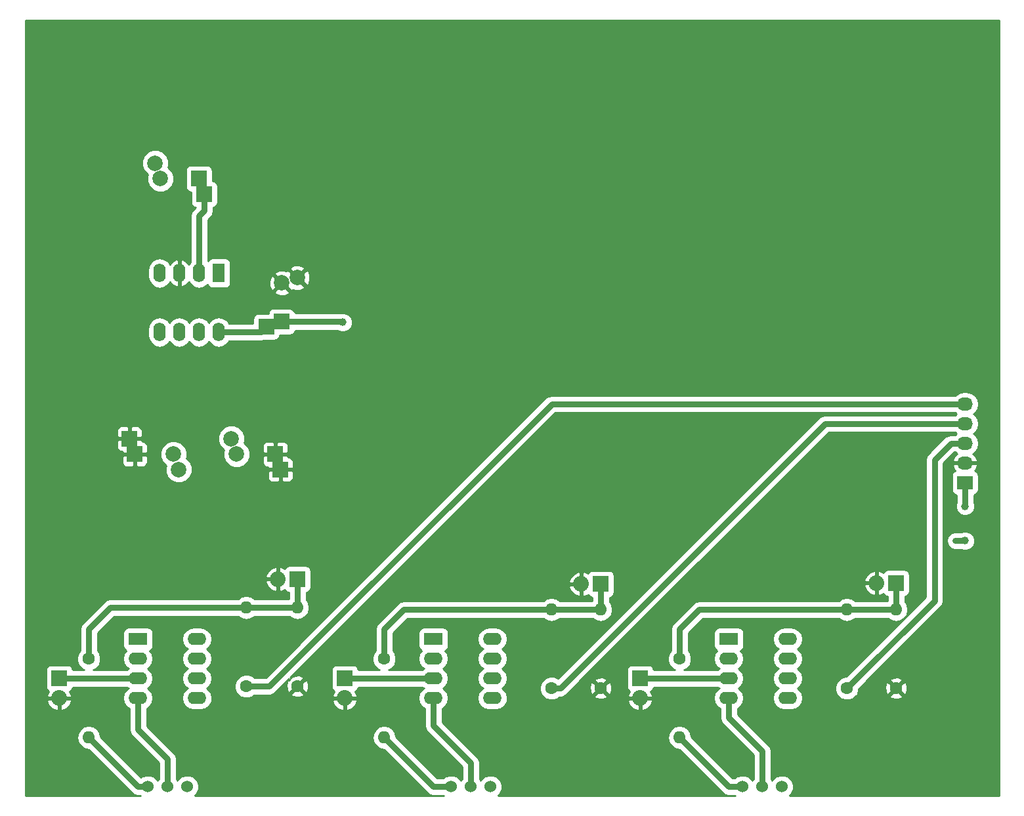
<source format=gbr>
G04 #@! TF.FileFunction,Copper,L2,Bot,Signal*
%FSLAX46Y46*%
G04 Gerber Fmt 4.6, Leading zero omitted, Abs format (unit mm)*
G04 Created by KiCad (PCBNEW 4.0.5) date Wednesday, February 01, 2017 'PMt' 03:54:53 PM*
%MOMM*%
%LPD*%
G01*
G04 APERTURE LIST*
%ADD10C,0.100000*%
%ADD11R,2.000000X2.000000*%
%ADD12C,2.000000*%
%ADD13R,2.032000X2.032000*%
%ADD14O,2.032000X2.032000*%
%ADD15R,2.032000X1.727200*%
%ADD16O,2.032000X1.727200*%
%ADD17C,1.600000*%
%ADD18O,1.600000X1.600000*%
%ADD19R,1.600000X2.400000*%
%ADD20O,1.600000X2.400000*%
%ADD21R,2.400000X1.600000*%
%ADD22O,2.400000X1.600000*%
%ADD23C,1.524000*%
%ADD24C,1.000000*%
%ADD25C,0.800000*%
%ADD26C,0.254000*%
G04 APERTURE END LIST*
D10*
D11*
X144272000Y-84756000D03*
D12*
X144272000Y-79756000D03*
D11*
X142272000Y-85428144D03*
D12*
X146272000Y-79083856D03*
D11*
X125302000Y-101854000D03*
D12*
X130302000Y-101854000D03*
D11*
X124629856Y-99854000D03*
D12*
X130974144Y-103854000D03*
D11*
X133604000Y-66294000D03*
D12*
X128604000Y-66294000D03*
D11*
X134276144Y-68294000D03*
D12*
X127931856Y-64294000D03*
D11*
X143430000Y-101854000D03*
D12*
X138430000Y-101854000D03*
D11*
X144102144Y-103854000D03*
D12*
X137757856Y-99854000D03*
D13*
X190500000Y-130810000D03*
D14*
X190500000Y-133350000D03*
D13*
X152400000Y-130810000D03*
D14*
X152400000Y-133350000D03*
D13*
X115570000Y-130810000D03*
D14*
X115570000Y-133350000D03*
D15*
X232410000Y-105537000D03*
D16*
X232410000Y-102997000D03*
X232410000Y-100457000D03*
X232410000Y-97917000D03*
X232410000Y-95377000D03*
D17*
X195580000Y-128270000D03*
D18*
X195580000Y-138430000D03*
D17*
X223520000Y-132080000D03*
D18*
X223520000Y-121920000D03*
D17*
X217170000Y-132080000D03*
D18*
X217170000Y-121920000D03*
D17*
X157480000Y-128270000D03*
D18*
X157480000Y-138430000D03*
D17*
X119380000Y-128270000D03*
D18*
X119380000Y-138430000D03*
D17*
X185420000Y-132080000D03*
D18*
X185420000Y-121920000D03*
D17*
X146304000Y-131826000D03*
D18*
X146304000Y-121666000D03*
D17*
X179070000Y-132080000D03*
D18*
X179070000Y-121920000D03*
D17*
X139700000Y-131826000D03*
D18*
X139700000Y-121666000D03*
D19*
X136144000Y-78486000D03*
D20*
X128524000Y-86106000D03*
X133604000Y-78486000D03*
X131064000Y-86106000D03*
X131064000Y-78486000D03*
X133604000Y-86106000D03*
X128524000Y-78486000D03*
X136144000Y-86106000D03*
D21*
X201930000Y-125730000D03*
D22*
X209550000Y-133350000D03*
X201930000Y-128270000D03*
X209550000Y-130810000D03*
X201930000Y-130810000D03*
X209550000Y-128270000D03*
X201930000Y-133350000D03*
X209550000Y-125730000D03*
D21*
X163830000Y-125730000D03*
D22*
X171450000Y-133350000D03*
X163830000Y-128270000D03*
X171450000Y-130810000D03*
X163830000Y-130810000D03*
X171450000Y-128270000D03*
X163830000Y-133350000D03*
X171450000Y-125730000D03*
D21*
X125730000Y-125730000D03*
D22*
X133350000Y-133350000D03*
X125730000Y-128270000D03*
X133350000Y-130810000D03*
X125730000Y-130810000D03*
X133350000Y-128270000D03*
X125730000Y-133350000D03*
X133350000Y-125730000D03*
D13*
X223520000Y-118491000D03*
D14*
X220980000Y-118491000D03*
D13*
X185420000Y-118618000D03*
D14*
X182880000Y-118618000D03*
D13*
X146304000Y-117983000D03*
D14*
X143764000Y-117983000D03*
D23*
X203708000Y-144780000D03*
X206248000Y-144780000D03*
X208788000Y-144780000D03*
X166116000Y-144780000D03*
X168656000Y-144780000D03*
X171196000Y-144780000D03*
X127000000Y-144780000D03*
X129540000Y-144780000D03*
X132080000Y-144780000D03*
D24*
X152146000Y-84836000D03*
X232410000Y-113030000D03*
X232410000Y-108585000D03*
D25*
X144272000Y-84756000D02*
X152066000Y-84756000D01*
X152066000Y-84756000D02*
X152146000Y-84836000D01*
X136144000Y-86106000D02*
X141594144Y-86106000D01*
X141594144Y-86106000D02*
X142272000Y-85428144D01*
X232410000Y-113030000D02*
X231140000Y-113030000D01*
X232410000Y-105537000D02*
X232410000Y-108585000D01*
X129540000Y-141224000D02*
X129540000Y-144780000D01*
X127254000Y-138938000D02*
X129540000Y-141224000D01*
X206248000Y-140208000D02*
X206248000Y-144780000D01*
X204724000Y-138684000D02*
X206248000Y-140208000D01*
X163830000Y-133350000D02*
X163830000Y-136906000D01*
X163830000Y-136906000D02*
X168656000Y-141732000D01*
X168656000Y-141732000D02*
X168656000Y-144780000D01*
X125730000Y-137414000D02*
X125730000Y-133350000D01*
X127254000Y-138938000D02*
X125730000Y-137414000D01*
X204724000Y-138684000D02*
X201930000Y-135890000D01*
X201930000Y-135890000D02*
X201930000Y-133350000D01*
X133604000Y-71120000D02*
X134276144Y-70447856D01*
X134276144Y-70447856D02*
X134276144Y-68294000D01*
X133604000Y-78486000D02*
X133604000Y-71120000D01*
X195580000Y-138430000D02*
X201930000Y-144780000D01*
X201930000Y-144780000D02*
X203708000Y-144780000D01*
X190500000Y-130810000D02*
X201930000Y-130810000D01*
X152400000Y-130810000D02*
X163830000Y-130810000D01*
X115570000Y-130810000D02*
X125730000Y-130810000D01*
X228473000Y-120777000D02*
X228473000Y-102578000D01*
X228473000Y-102578000D02*
X230594000Y-100457000D01*
X230594000Y-100457000D02*
X232410000Y-100457000D01*
X217170000Y-132080000D02*
X228473000Y-120777000D01*
X179070000Y-132080000D02*
X180201370Y-132080000D01*
X180201370Y-132080000D02*
X214364370Y-97917000D01*
X214364370Y-97917000D02*
X230594000Y-97917000D01*
X230594000Y-97917000D02*
X232410000Y-97917000D01*
X232410000Y-95377000D02*
X179095400Y-95377000D01*
X179095400Y-95377000D02*
X142646400Y-131826000D01*
X142646400Y-131826000D02*
X139700000Y-131826000D01*
X163830000Y-144780000D02*
X163068000Y-144018000D01*
X166116000Y-144780000D02*
X163830000Y-144780000D01*
X163068000Y-144018000D02*
X157480000Y-138430000D01*
X119380000Y-138430000D02*
X125730000Y-144780000D01*
X125730000Y-144780000D02*
X127000000Y-144780000D01*
X223520000Y-121920000D02*
X217170000Y-121920000D01*
X217170000Y-121920000D02*
X198120000Y-121920000D01*
X198120000Y-121920000D02*
X195580000Y-124460000D01*
X195580000Y-124460000D02*
X195580000Y-128270000D01*
X223520000Y-118491000D02*
X223520000Y-121920000D01*
X185420000Y-121920000D02*
X179070000Y-121920000D01*
X157480000Y-128270000D02*
X157480000Y-124460000D01*
X157480000Y-124460000D02*
X160020000Y-121920000D01*
X160020000Y-121920000D02*
X179070000Y-121920000D01*
X185420000Y-118618000D02*
X185420000Y-121920000D01*
X119380000Y-124460000D02*
X119380000Y-128270000D01*
X122174000Y-121666000D02*
X119380000Y-124460000D01*
X139700000Y-121666000D02*
X122174000Y-121666000D01*
X146304000Y-121666000D02*
X139700000Y-121666000D01*
X146304000Y-117983000D02*
X146304000Y-121666000D01*
D26*
G36*
X236780000Y-145923000D02*
X209750608Y-145923000D01*
X210049577Y-145624552D01*
X210276741Y-145077480D01*
X210277258Y-144485119D01*
X210051049Y-143937651D01*
X209632552Y-143518423D01*
X209085480Y-143291259D01*
X208493119Y-143290742D01*
X207945651Y-143516951D01*
X207526423Y-143935448D01*
X207518261Y-143955105D01*
X207511049Y-143937651D01*
X207375000Y-143801364D01*
X207375000Y-140208000D01*
X207289212Y-139776716D01*
X207289212Y-139776715D01*
X207044909Y-139411090D01*
X205520912Y-137887094D01*
X205520910Y-137887091D01*
X203057000Y-135423182D01*
X203057000Y-134690679D01*
X203447504Y-134429752D01*
X203778516Y-133934358D01*
X203894752Y-133350000D01*
X203778516Y-132765642D01*
X203447504Y-132270248D01*
X203162778Y-132080000D01*
X203447504Y-131889752D01*
X203778516Y-131394358D01*
X203894752Y-130810000D01*
X203778516Y-130225642D01*
X203447504Y-129730248D01*
X203162778Y-129540000D01*
X203447504Y-129349752D01*
X203778516Y-128854358D01*
X203894752Y-128270000D01*
X203778516Y-127685642D01*
X203447504Y-127190248D01*
X203447011Y-127189919D01*
X203646846Y-127061328D01*
X203812843Y-126818385D01*
X203871242Y-126530000D01*
X203871242Y-125730000D01*
X207585248Y-125730000D01*
X207701484Y-126314358D01*
X208032496Y-126809752D01*
X208317222Y-127000000D01*
X208032496Y-127190248D01*
X207701484Y-127685642D01*
X207585248Y-128270000D01*
X207701484Y-128854358D01*
X208032496Y-129349752D01*
X208317222Y-129540000D01*
X208032496Y-129730248D01*
X207701484Y-130225642D01*
X207585248Y-130810000D01*
X207701484Y-131394358D01*
X208032496Y-131889752D01*
X208317222Y-132080000D01*
X208032496Y-132270248D01*
X207701484Y-132765642D01*
X207585248Y-133350000D01*
X207701484Y-133934358D01*
X208032496Y-134429752D01*
X208527890Y-134760764D01*
X209112248Y-134877000D01*
X209987752Y-134877000D01*
X210572110Y-134760764D01*
X211067504Y-134429752D01*
X211398516Y-133934358D01*
X211514752Y-133350000D01*
X211398516Y-132765642D01*
X211067504Y-132270248D01*
X210782778Y-132080000D01*
X211067504Y-131889752D01*
X211398516Y-131394358D01*
X211514752Y-130810000D01*
X211398516Y-130225642D01*
X211067504Y-129730248D01*
X210782778Y-129540000D01*
X211067504Y-129349752D01*
X211398516Y-128854358D01*
X211514752Y-128270000D01*
X211398516Y-127685642D01*
X211067504Y-127190248D01*
X210782778Y-127000000D01*
X211067504Y-126809752D01*
X211398516Y-126314358D01*
X211514752Y-125730000D01*
X211398516Y-125145642D01*
X211067504Y-124650248D01*
X210572110Y-124319236D01*
X209987752Y-124203000D01*
X209112248Y-124203000D01*
X208527890Y-124319236D01*
X208032496Y-124650248D01*
X207701484Y-125145642D01*
X207585248Y-125730000D01*
X203871242Y-125730000D01*
X203871242Y-124930000D01*
X203820549Y-124660590D01*
X203661328Y-124413154D01*
X203418385Y-124247157D01*
X203130000Y-124188758D01*
X200730000Y-124188758D01*
X200460590Y-124239451D01*
X200213154Y-124398672D01*
X200047157Y-124641615D01*
X199988758Y-124930000D01*
X199988758Y-126530000D01*
X200039451Y-126799410D01*
X200198672Y-127046846D01*
X200411258Y-127192101D01*
X200081484Y-127685642D01*
X199965248Y-128270000D01*
X200081484Y-128854358D01*
X200412496Y-129349752D01*
X200697222Y-129540000D01*
X200483208Y-129683000D01*
X196158949Y-129683000D01*
X196443846Y-129565283D01*
X196873773Y-129136106D01*
X197106735Y-128575072D01*
X197107265Y-127967593D01*
X196875283Y-127406154D01*
X196707000Y-127237577D01*
X196707000Y-124926818D01*
X198586819Y-123047000D01*
X216116187Y-123047000D01*
X216585642Y-123360680D01*
X217170000Y-123476916D01*
X217754358Y-123360680D01*
X218223813Y-123047000D01*
X222466187Y-123047000D01*
X222935642Y-123360680D01*
X223520000Y-123476916D01*
X224104358Y-123360680D01*
X224599752Y-123029668D01*
X224930764Y-122534274D01*
X225047000Y-121949916D01*
X225047000Y-121890084D01*
X224930764Y-121305726D01*
X224647000Y-120881044D01*
X224647000Y-120227356D01*
X224805410Y-120197549D01*
X225052846Y-120038328D01*
X225218843Y-119795385D01*
X225277242Y-119507000D01*
X225277242Y-117475000D01*
X225226549Y-117205590D01*
X225067328Y-116958154D01*
X224824385Y-116792157D01*
X224536000Y-116733758D01*
X222504000Y-116733758D01*
X222234590Y-116784451D01*
X221987154Y-116943672D01*
X221868599Y-117117182D01*
X221362946Y-116885017D01*
X221107000Y-117003633D01*
X221107000Y-118364000D01*
X221127000Y-118364000D01*
X221127000Y-118618000D01*
X221107000Y-118618000D01*
X221107000Y-119978367D01*
X221362946Y-120096983D01*
X221869943Y-119864201D01*
X221972672Y-120023846D01*
X222215615Y-120189843D01*
X222393000Y-120225764D01*
X222393000Y-120793000D01*
X218223813Y-120793000D01*
X217754358Y-120479320D01*
X217170000Y-120363084D01*
X216585642Y-120479320D01*
X216116187Y-120793000D01*
X198120000Y-120793000D01*
X197760270Y-120864555D01*
X197688715Y-120878788D01*
X197323090Y-121123091D01*
X194783091Y-123663091D01*
X194538788Y-124028716D01*
X194453000Y-124460000D01*
X194453000Y-127237412D01*
X194286227Y-127403894D01*
X194053265Y-127964928D01*
X194052735Y-128572407D01*
X194284717Y-129133846D01*
X194713894Y-129563773D01*
X195001024Y-129683000D01*
X192236356Y-129683000D01*
X192206549Y-129524590D01*
X192047328Y-129277154D01*
X191804385Y-129111157D01*
X191516000Y-129052758D01*
X189484000Y-129052758D01*
X189214590Y-129103451D01*
X188967154Y-129262672D01*
X188801157Y-129505615D01*
X188742758Y-129794000D01*
X188742758Y-131826000D01*
X188793451Y-132095410D01*
X188952672Y-132342846D01*
X189126182Y-132461401D01*
X188894017Y-132967054D01*
X189012633Y-133223000D01*
X190373000Y-133223000D01*
X190373000Y-133203000D01*
X190627000Y-133203000D01*
X190627000Y-133223000D01*
X191987367Y-133223000D01*
X192105983Y-132967054D01*
X191873201Y-132460057D01*
X192032846Y-132357328D01*
X192198843Y-132114385D01*
X192234764Y-131937000D01*
X200483208Y-131937000D01*
X200697222Y-132080000D01*
X200412496Y-132270248D01*
X200081484Y-132765642D01*
X199965248Y-133350000D01*
X200081484Y-133934358D01*
X200412496Y-134429752D01*
X200803000Y-134690679D01*
X200803000Y-135890000D01*
X200888788Y-136321284D01*
X201133091Y-136686909D01*
X203927091Y-139480910D01*
X203927094Y-139480912D01*
X205121000Y-140674819D01*
X205121000Y-143801106D01*
X204986423Y-143935448D01*
X204978261Y-143955105D01*
X204971049Y-143937651D01*
X204552552Y-143518423D01*
X204005480Y-143291259D01*
X203413119Y-143290742D01*
X202865651Y-143516951D01*
X202729364Y-143653000D01*
X202396818Y-143653000D01*
X197097837Y-138354019D01*
X196990764Y-137815726D01*
X196659752Y-137320332D01*
X196164358Y-136989320D01*
X195580000Y-136873084D01*
X194995642Y-136989320D01*
X194500248Y-137320332D01*
X194169236Y-137815726D01*
X194053000Y-138400084D01*
X194053000Y-138459916D01*
X194169236Y-139044274D01*
X194500248Y-139539668D01*
X194995642Y-139870680D01*
X195533935Y-139977753D01*
X201133091Y-145576909D01*
X201498716Y-145821212D01*
X201930000Y-145907000D01*
X202729106Y-145907000D01*
X202745078Y-145923000D01*
X172158608Y-145923000D01*
X172457577Y-145624552D01*
X172684741Y-145077480D01*
X172685258Y-144485119D01*
X172459049Y-143937651D01*
X172040552Y-143518423D01*
X171493480Y-143291259D01*
X170901119Y-143290742D01*
X170353651Y-143516951D01*
X169934423Y-143935448D01*
X169926261Y-143955105D01*
X169919049Y-143937651D01*
X169783000Y-143801364D01*
X169783000Y-141732000D01*
X169697212Y-141300716D01*
X169645952Y-141224000D01*
X169452910Y-140935091D01*
X164957000Y-136439182D01*
X164957000Y-134690679D01*
X165347504Y-134429752D01*
X165678516Y-133934358D01*
X165794752Y-133350000D01*
X165678516Y-132765642D01*
X165347504Y-132270248D01*
X165062778Y-132080000D01*
X165347504Y-131889752D01*
X165678516Y-131394358D01*
X165794752Y-130810000D01*
X165678516Y-130225642D01*
X165347504Y-129730248D01*
X165062778Y-129540000D01*
X165347504Y-129349752D01*
X165678516Y-128854358D01*
X165794752Y-128270000D01*
X165678516Y-127685642D01*
X165347504Y-127190248D01*
X165347011Y-127189919D01*
X165546846Y-127061328D01*
X165712843Y-126818385D01*
X165771242Y-126530000D01*
X165771242Y-125730000D01*
X169485248Y-125730000D01*
X169601484Y-126314358D01*
X169932496Y-126809752D01*
X170217222Y-127000000D01*
X169932496Y-127190248D01*
X169601484Y-127685642D01*
X169485248Y-128270000D01*
X169601484Y-128854358D01*
X169932496Y-129349752D01*
X170217222Y-129540000D01*
X169932496Y-129730248D01*
X169601484Y-130225642D01*
X169485248Y-130810000D01*
X169601484Y-131394358D01*
X169932496Y-131889752D01*
X170217222Y-132080000D01*
X169932496Y-132270248D01*
X169601484Y-132765642D01*
X169485248Y-133350000D01*
X169601484Y-133934358D01*
X169932496Y-134429752D01*
X170427890Y-134760764D01*
X171012248Y-134877000D01*
X171887752Y-134877000D01*
X172472110Y-134760764D01*
X172967504Y-134429752D01*
X173298516Y-133934358D01*
X173338579Y-133732946D01*
X188894017Y-133732946D01*
X189162812Y-134318379D01*
X189635182Y-134756385D01*
X190117056Y-134955975D01*
X190373000Y-134836836D01*
X190373000Y-133477000D01*
X190627000Y-133477000D01*
X190627000Y-134836836D01*
X190882944Y-134955975D01*
X191364818Y-134756385D01*
X191837188Y-134318379D01*
X192105983Y-133732946D01*
X191987367Y-133477000D01*
X190627000Y-133477000D01*
X190373000Y-133477000D01*
X189012633Y-133477000D01*
X188894017Y-133732946D01*
X173338579Y-133732946D01*
X173414752Y-133350000D01*
X173298516Y-132765642D01*
X172967504Y-132270248D01*
X172682778Y-132080000D01*
X172967504Y-131889752D01*
X173298516Y-131394358D01*
X173414752Y-130810000D01*
X173298516Y-130225642D01*
X172967504Y-129730248D01*
X172682778Y-129540000D01*
X172967504Y-129349752D01*
X173298516Y-128854358D01*
X173414752Y-128270000D01*
X173298516Y-127685642D01*
X172967504Y-127190248D01*
X172682778Y-127000000D01*
X172967504Y-126809752D01*
X173298516Y-126314358D01*
X173414752Y-125730000D01*
X173298516Y-125145642D01*
X172967504Y-124650248D01*
X172472110Y-124319236D01*
X171887752Y-124203000D01*
X171012248Y-124203000D01*
X170427890Y-124319236D01*
X169932496Y-124650248D01*
X169601484Y-125145642D01*
X169485248Y-125730000D01*
X165771242Y-125730000D01*
X165771242Y-124930000D01*
X165720549Y-124660590D01*
X165561328Y-124413154D01*
X165318385Y-124247157D01*
X165030000Y-124188758D01*
X162630000Y-124188758D01*
X162360590Y-124239451D01*
X162113154Y-124398672D01*
X161947157Y-124641615D01*
X161888758Y-124930000D01*
X161888758Y-126530000D01*
X161939451Y-126799410D01*
X162098672Y-127046846D01*
X162311258Y-127192101D01*
X161981484Y-127685642D01*
X161865248Y-128270000D01*
X161981484Y-128854358D01*
X162312496Y-129349752D01*
X162597222Y-129540000D01*
X162383208Y-129683000D01*
X158058949Y-129683000D01*
X158343846Y-129565283D01*
X158773773Y-129136106D01*
X159006735Y-128575072D01*
X159007265Y-127967593D01*
X158775283Y-127406154D01*
X158607000Y-127237577D01*
X158607000Y-124926818D01*
X160486819Y-123047000D01*
X178016187Y-123047000D01*
X178485642Y-123360680D01*
X179070000Y-123476916D01*
X179654358Y-123360680D01*
X180123813Y-123047000D01*
X184366187Y-123047000D01*
X184835642Y-123360680D01*
X185420000Y-123476916D01*
X186004358Y-123360680D01*
X186499752Y-123029668D01*
X186830764Y-122534274D01*
X186947000Y-121949916D01*
X186947000Y-121890084D01*
X186830764Y-121305726D01*
X186547000Y-120881044D01*
X186547000Y-120354356D01*
X186705410Y-120324549D01*
X186952846Y-120165328D01*
X187118843Y-119922385D01*
X187177242Y-119634000D01*
X187177242Y-117602000D01*
X187126549Y-117332590D01*
X186967328Y-117085154D01*
X186724385Y-116919157D01*
X186436000Y-116860758D01*
X184404000Y-116860758D01*
X184134590Y-116911451D01*
X183887154Y-117070672D01*
X183768599Y-117244182D01*
X183262946Y-117012017D01*
X183007000Y-117130633D01*
X183007000Y-118491000D01*
X183027000Y-118491000D01*
X183027000Y-118745000D01*
X183007000Y-118745000D01*
X183007000Y-120105367D01*
X183262946Y-120223983D01*
X183769943Y-119991201D01*
X183872672Y-120150846D01*
X184115615Y-120316843D01*
X184293000Y-120352764D01*
X184293000Y-120793000D01*
X180123813Y-120793000D01*
X179654358Y-120479320D01*
X179070000Y-120363084D01*
X178485642Y-120479320D01*
X178016187Y-120793000D01*
X160020000Y-120793000D01*
X159660270Y-120864555D01*
X159588715Y-120878788D01*
X159223090Y-121123091D01*
X156683091Y-123663091D01*
X156438788Y-124028716D01*
X156353000Y-124460000D01*
X156353000Y-127237412D01*
X156186227Y-127403894D01*
X155953265Y-127964928D01*
X155952735Y-128572407D01*
X156184717Y-129133846D01*
X156613894Y-129563773D01*
X156901024Y-129683000D01*
X154136356Y-129683000D01*
X154106549Y-129524590D01*
X153947328Y-129277154D01*
X153704385Y-129111157D01*
X153416000Y-129052758D01*
X151384000Y-129052758D01*
X151114590Y-129103451D01*
X150867154Y-129262672D01*
X150701157Y-129505615D01*
X150642758Y-129794000D01*
X150642758Y-131826000D01*
X150693451Y-132095410D01*
X150852672Y-132342846D01*
X151026182Y-132461401D01*
X150794017Y-132967054D01*
X150912633Y-133223000D01*
X152273000Y-133223000D01*
X152273000Y-133203000D01*
X152527000Y-133203000D01*
X152527000Y-133223000D01*
X153887367Y-133223000D01*
X154005983Y-132967054D01*
X153773201Y-132460057D01*
X153932846Y-132357328D01*
X154098843Y-132114385D01*
X154134764Y-131937000D01*
X162383208Y-131937000D01*
X162597222Y-132080000D01*
X162312496Y-132270248D01*
X161981484Y-132765642D01*
X161865248Y-133350000D01*
X161981484Y-133934358D01*
X162312496Y-134429752D01*
X162703000Y-134690679D01*
X162703000Y-136906000D01*
X162788788Y-137337284D01*
X163033091Y-137702909D01*
X167529000Y-142198819D01*
X167529000Y-143801106D01*
X167394423Y-143935448D01*
X167386261Y-143955105D01*
X167379049Y-143937651D01*
X166960552Y-143518423D01*
X166413480Y-143291259D01*
X165821119Y-143290742D01*
X165273651Y-143516951D01*
X165137364Y-143653000D01*
X164296819Y-143653000D01*
X163864911Y-143221093D01*
X163864909Y-143221090D01*
X158997837Y-138354019D01*
X158890764Y-137815726D01*
X158559752Y-137320332D01*
X158064358Y-136989320D01*
X157480000Y-136873084D01*
X156895642Y-136989320D01*
X156400248Y-137320332D01*
X156069236Y-137815726D01*
X155953000Y-138400084D01*
X155953000Y-138459916D01*
X156069236Y-139044274D01*
X156400248Y-139539668D01*
X156895642Y-139870680D01*
X157433935Y-139977753D01*
X162271090Y-144814909D01*
X162271093Y-144814911D01*
X163033091Y-145576910D01*
X163398716Y-145821212D01*
X163830000Y-145907000D01*
X165137106Y-145907000D01*
X165153078Y-145923000D01*
X133042608Y-145923000D01*
X133341577Y-145624552D01*
X133568741Y-145077480D01*
X133569258Y-144485119D01*
X133343049Y-143937651D01*
X132924552Y-143518423D01*
X132377480Y-143291259D01*
X131785119Y-143290742D01*
X131237651Y-143516951D01*
X130818423Y-143935448D01*
X130810261Y-143955105D01*
X130803049Y-143937651D01*
X130667000Y-143801364D01*
X130667000Y-141224000D01*
X130581212Y-140792716D01*
X130336909Y-140427091D01*
X128050911Y-138141093D01*
X128050909Y-138141090D01*
X126857000Y-136947182D01*
X126857000Y-134690679D01*
X127247504Y-134429752D01*
X127578516Y-133934358D01*
X127694752Y-133350000D01*
X127578516Y-132765642D01*
X127247504Y-132270248D01*
X126962778Y-132080000D01*
X127247504Y-131889752D01*
X127578516Y-131394358D01*
X127694752Y-130810000D01*
X127578516Y-130225642D01*
X127247504Y-129730248D01*
X126962778Y-129540000D01*
X127247504Y-129349752D01*
X127578516Y-128854358D01*
X127694752Y-128270000D01*
X127578516Y-127685642D01*
X127247504Y-127190248D01*
X127247011Y-127189919D01*
X127446846Y-127061328D01*
X127612843Y-126818385D01*
X127671242Y-126530000D01*
X127671242Y-125730000D01*
X131385248Y-125730000D01*
X131501484Y-126314358D01*
X131832496Y-126809752D01*
X132117222Y-127000000D01*
X131832496Y-127190248D01*
X131501484Y-127685642D01*
X131385248Y-128270000D01*
X131501484Y-128854358D01*
X131832496Y-129349752D01*
X132117222Y-129540000D01*
X131832496Y-129730248D01*
X131501484Y-130225642D01*
X131385248Y-130810000D01*
X131501484Y-131394358D01*
X131832496Y-131889752D01*
X132117222Y-132080000D01*
X131832496Y-132270248D01*
X131501484Y-132765642D01*
X131385248Y-133350000D01*
X131501484Y-133934358D01*
X131832496Y-134429752D01*
X132327890Y-134760764D01*
X132912248Y-134877000D01*
X133787752Y-134877000D01*
X134372110Y-134760764D01*
X134867504Y-134429752D01*
X135198516Y-133934358D01*
X135238579Y-133732946D01*
X150794017Y-133732946D01*
X151062812Y-134318379D01*
X151535182Y-134756385D01*
X152017056Y-134955975D01*
X152273000Y-134836836D01*
X152273000Y-133477000D01*
X152527000Y-133477000D01*
X152527000Y-134836836D01*
X152782944Y-134955975D01*
X153264818Y-134756385D01*
X153737188Y-134318379D01*
X154005983Y-133732946D01*
X153887367Y-133477000D01*
X152527000Y-133477000D01*
X152273000Y-133477000D01*
X150912633Y-133477000D01*
X150794017Y-133732946D01*
X135238579Y-133732946D01*
X135314752Y-133350000D01*
X135198516Y-132765642D01*
X134867504Y-132270248D01*
X134655225Y-132128407D01*
X138172735Y-132128407D01*
X138404717Y-132689846D01*
X138833894Y-133119773D01*
X139394928Y-133352735D01*
X140002407Y-133353265D01*
X140563846Y-133121283D01*
X140732423Y-132953000D01*
X142646400Y-132953000D01*
X143077684Y-132867212D01*
X143127770Y-132833745D01*
X145475861Y-132833745D01*
X145549995Y-133079864D01*
X146087223Y-133272965D01*
X146657454Y-133245778D01*
X147058005Y-133079864D01*
X147132139Y-132833745D01*
X146304000Y-132005605D01*
X145475861Y-132833745D01*
X143127770Y-132833745D01*
X143443309Y-132622909D01*
X145182305Y-130883913D01*
X145296253Y-130997861D01*
X145050136Y-131071995D01*
X144857035Y-131609223D01*
X144884222Y-132179454D01*
X145050136Y-132580005D01*
X145296255Y-132654139D01*
X146124395Y-131826000D01*
X146483605Y-131826000D01*
X147311745Y-132654139D01*
X147557864Y-132580005D01*
X147750965Y-132042777D01*
X147723778Y-131472546D01*
X147557864Y-131071995D01*
X147311745Y-130997861D01*
X146483605Y-131826000D01*
X146124395Y-131826000D01*
X146110252Y-131811858D01*
X146289858Y-131632252D01*
X146304000Y-131646395D01*
X147132139Y-130818255D01*
X147058005Y-130572136D01*
X146520777Y-130379035D01*
X145950546Y-130406222D01*
X145549995Y-130572136D01*
X145475861Y-130818253D01*
X145361913Y-130704305D01*
X157065274Y-119000944D01*
X181274025Y-119000944D01*
X181473615Y-119482818D01*
X181911621Y-119955188D01*
X182497054Y-120223983D01*
X182753000Y-120105367D01*
X182753000Y-118745000D01*
X181393164Y-118745000D01*
X181274025Y-119000944D01*
X157065274Y-119000944D01*
X157831162Y-118235056D01*
X181274025Y-118235056D01*
X181393164Y-118491000D01*
X182753000Y-118491000D01*
X182753000Y-117130633D01*
X182497054Y-117012017D01*
X181911621Y-117280812D01*
X181473615Y-117753182D01*
X181274025Y-118235056D01*
X157831162Y-118235056D01*
X179562218Y-96504000D01*
X231102135Y-96504000D01*
X231316150Y-96647000D01*
X231102135Y-96790000D01*
X214364370Y-96790000D01*
X213933086Y-96875788D01*
X213567461Y-97120091D01*
X179911530Y-130776022D01*
X179375072Y-130553265D01*
X178767593Y-130552735D01*
X178206154Y-130784717D01*
X177776227Y-131213894D01*
X177543265Y-131774928D01*
X177542735Y-132382407D01*
X177774717Y-132943846D01*
X178203894Y-133373773D01*
X178764928Y-133606735D01*
X179372407Y-133607265D01*
X179933846Y-133375283D01*
X180102423Y-133207000D01*
X180201370Y-133207000D01*
X180632654Y-133121212D01*
X180682740Y-133087745D01*
X184591861Y-133087745D01*
X184665995Y-133333864D01*
X185203223Y-133526965D01*
X185773454Y-133499778D01*
X186174005Y-133333864D01*
X186248139Y-133087745D01*
X185420000Y-132259605D01*
X184591861Y-133087745D01*
X180682740Y-133087745D01*
X180998279Y-132876909D01*
X182011965Y-131863223D01*
X183973035Y-131863223D01*
X184000222Y-132433454D01*
X184166136Y-132834005D01*
X184412255Y-132908139D01*
X185240395Y-132080000D01*
X185599605Y-132080000D01*
X186427745Y-132908139D01*
X186673864Y-132834005D01*
X186866965Y-132296777D01*
X186839778Y-131726546D01*
X186673864Y-131325995D01*
X186427745Y-131251861D01*
X185599605Y-132080000D01*
X185240395Y-132080000D01*
X184412255Y-131251861D01*
X184166136Y-131325995D01*
X183973035Y-131863223D01*
X182011965Y-131863223D01*
X182802933Y-131072255D01*
X184591861Y-131072255D01*
X185420000Y-131900395D01*
X186248139Y-131072255D01*
X186174005Y-130826136D01*
X185636777Y-130633035D01*
X185066546Y-130660222D01*
X184665995Y-130826136D01*
X184591861Y-131072255D01*
X182802933Y-131072255D01*
X195001244Y-118873944D01*
X219374025Y-118873944D01*
X219573615Y-119355818D01*
X220011621Y-119828188D01*
X220597054Y-120096983D01*
X220853000Y-119978367D01*
X220853000Y-118618000D01*
X219493164Y-118618000D01*
X219374025Y-118873944D01*
X195001244Y-118873944D01*
X195767132Y-118108056D01*
X219374025Y-118108056D01*
X219493164Y-118364000D01*
X220853000Y-118364000D01*
X220853000Y-117003633D01*
X220597054Y-116885017D01*
X220011621Y-117153812D01*
X219573615Y-117626182D01*
X219374025Y-118108056D01*
X195767132Y-118108056D01*
X214831188Y-99044000D01*
X231102135Y-99044000D01*
X231316150Y-99187000D01*
X231102135Y-99330000D01*
X230594000Y-99330000D01*
X230162716Y-99415788D01*
X229797091Y-99660091D01*
X227676091Y-101781091D01*
X227431788Y-102146716D01*
X227346000Y-102578000D01*
X227346000Y-120310182D01*
X217103241Y-130552941D01*
X216867593Y-130552735D01*
X216306154Y-130784717D01*
X215876227Y-131213894D01*
X215643265Y-131774928D01*
X215642735Y-132382407D01*
X215874717Y-132943846D01*
X216303894Y-133373773D01*
X216864928Y-133606735D01*
X217472407Y-133607265D01*
X218033846Y-133375283D01*
X218321886Y-133087745D01*
X222691861Y-133087745D01*
X222765995Y-133333864D01*
X223303223Y-133526965D01*
X223873454Y-133499778D01*
X224274005Y-133333864D01*
X224348139Y-133087745D01*
X223520000Y-132259605D01*
X222691861Y-133087745D01*
X218321886Y-133087745D01*
X218463773Y-132946106D01*
X218696735Y-132385072D01*
X218696943Y-132146875D01*
X218980595Y-131863223D01*
X222073035Y-131863223D01*
X222100222Y-132433454D01*
X222266136Y-132834005D01*
X222512255Y-132908139D01*
X223340395Y-132080000D01*
X223699605Y-132080000D01*
X224527745Y-132908139D01*
X224773864Y-132834005D01*
X224966965Y-132296777D01*
X224939778Y-131726546D01*
X224773864Y-131325995D01*
X224527745Y-131251861D01*
X223699605Y-132080000D01*
X223340395Y-132080000D01*
X222512255Y-131251861D01*
X222266136Y-131325995D01*
X222073035Y-131863223D01*
X218980595Y-131863223D01*
X219771563Y-131072255D01*
X222691861Y-131072255D01*
X223520000Y-131900395D01*
X224348139Y-131072255D01*
X224274005Y-130826136D01*
X223736777Y-130633035D01*
X223166546Y-130660222D01*
X222765995Y-130826136D01*
X222691861Y-131072255D01*
X219771563Y-131072255D01*
X229269909Y-121573909D01*
X229514212Y-121208284D01*
X229600000Y-120777000D01*
X229600000Y-113030000D01*
X230013000Y-113030000D01*
X230098788Y-113461284D01*
X230343091Y-113826909D01*
X230708716Y-114071212D01*
X231140000Y-114157000D01*
X231924553Y-114157000D01*
X232164864Y-114256786D01*
X232652995Y-114257212D01*
X233104131Y-114070806D01*
X233449593Y-113725947D01*
X233636786Y-113275136D01*
X233637212Y-112787005D01*
X233450806Y-112335869D01*
X233105947Y-111990407D01*
X232655136Y-111803214D01*
X232167005Y-111802788D01*
X231924474Y-111903000D01*
X231140000Y-111903000D01*
X230708716Y-111988788D01*
X230343091Y-112233091D01*
X230098788Y-112598716D01*
X230013000Y-113030000D01*
X229600000Y-113030000D01*
X229600000Y-104673400D01*
X230652758Y-104673400D01*
X230652758Y-106400600D01*
X230703451Y-106670010D01*
X230862672Y-106917446D01*
X231105615Y-107083443D01*
X231283000Y-107119364D01*
X231283000Y-108099553D01*
X231183214Y-108339864D01*
X231182788Y-108827995D01*
X231369194Y-109279131D01*
X231714053Y-109624593D01*
X232164864Y-109811786D01*
X232652995Y-109812212D01*
X233104131Y-109625806D01*
X233449593Y-109280947D01*
X233636786Y-108830136D01*
X233637212Y-108342005D01*
X233537000Y-108099474D01*
X233537000Y-107120956D01*
X233695410Y-107091149D01*
X233942846Y-106931928D01*
X234108843Y-106688985D01*
X234167242Y-106400600D01*
X234167242Y-104673400D01*
X234116549Y-104403990D01*
X233957328Y-104156554D01*
X233714385Y-103990557D01*
X233668661Y-103981298D01*
X233760732Y-103899036D01*
X234014709Y-103371791D01*
X234017358Y-103356026D01*
X233896217Y-103124000D01*
X232537000Y-103124000D01*
X232537000Y-103144000D01*
X232283000Y-103144000D01*
X232283000Y-103124000D01*
X230923783Y-103124000D01*
X230802642Y-103356026D01*
X230805291Y-103371791D01*
X231059268Y-103899036D01*
X231148121Y-103978423D01*
X231124590Y-103982851D01*
X230877154Y-104142072D01*
X230711157Y-104385015D01*
X230652758Y-104673400D01*
X229600000Y-104673400D01*
X229600000Y-103044818D01*
X231060818Y-101584000D01*
X231102135Y-101584000D01*
X231404806Y-101786238D01*
X231059268Y-102094964D01*
X230805291Y-102622209D01*
X230802642Y-102637974D01*
X230923783Y-102870000D01*
X232283000Y-102870000D01*
X232283000Y-102850000D01*
X232537000Y-102850000D01*
X232537000Y-102870000D01*
X233896217Y-102870000D01*
X234017358Y-102637974D01*
X234014709Y-102622209D01*
X233760732Y-102094964D01*
X233415194Y-101786238D01*
X233721271Y-101581724D01*
X234066070Y-101065696D01*
X234187147Y-100457000D01*
X234066070Y-99848304D01*
X233721271Y-99332276D01*
X233503850Y-99187000D01*
X233721271Y-99041724D01*
X234066070Y-98525696D01*
X234187147Y-97917000D01*
X234066070Y-97308304D01*
X233721271Y-96792276D01*
X233503850Y-96647000D01*
X233721271Y-96501724D01*
X234066070Y-95985696D01*
X234187147Y-95377000D01*
X234066070Y-94768304D01*
X233721271Y-94252276D01*
X233205243Y-93907477D01*
X232596547Y-93786400D01*
X232223453Y-93786400D01*
X231614757Y-93907477D01*
X231102135Y-94250000D01*
X179095400Y-94250000D01*
X178664116Y-94335788D01*
X178298491Y-94580091D01*
X142179582Y-130699000D01*
X140732588Y-130699000D01*
X140566106Y-130532227D01*
X140005072Y-130299265D01*
X139397593Y-130298735D01*
X138836154Y-130530717D01*
X138406227Y-130959894D01*
X138173265Y-131520928D01*
X138172735Y-132128407D01*
X134655225Y-132128407D01*
X134582778Y-132080000D01*
X134867504Y-131889752D01*
X135198516Y-131394358D01*
X135314752Y-130810000D01*
X135198516Y-130225642D01*
X134867504Y-129730248D01*
X134582778Y-129540000D01*
X134867504Y-129349752D01*
X135198516Y-128854358D01*
X135314752Y-128270000D01*
X135198516Y-127685642D01*
X134867504Y-127190248D01*
X134582778Y-127000000D01*
X134867504Y-126809752D01*
X135198516Y-126314358D01*
X135314752Y-125730000D01*
X135198516Y-125145642D01*
X134867504Y-124650248D01*
X134372110Y-124319236D01*
X133787752Y-124203000D01*
X132912248Y-124203000D01*
X132327890Y-124319236D01*
X131832496Y-124650248D01*
X131501484Y-125145642D01*
X131385248Y-125730000D01*
X127671242Y-125730000D01*
X127671242Y-124930000D01*
X127620549Y-124660590D01*
X127461328Y-124413154D01*
X127218385Y-124247157D01*
X126930000Y-124188758D01*
X124530000Y-124188758D01*
X124260590Y-124239451D01*
X124013154Y-124398672D01*
X123847157Y-124641615D01*
X123788758Y-124930000D01*
X123788758Y-126530000D01*
X123839451Y-126799410D01*
X123998672Y-127046846D01*
X124211258Y-127192101D01*
X123881484Y-127685642D01*
X123765248Y-128270000D01*
X123881484Y-128854358D01*
X124212496Y-129349752D01*
X124497222Y-129540000D01*
X124283208Y-129683000D01*
X119958949Y-129683000D01*
X120243846Y-129565283D01*
X120673773Y-129136106D01*
X120906735Y-128575072D01*
X120907265Y-127967593D01*
X120675283Y-127406154D01*
X120507000Y-127237577D01*
X120507000Y-124926818D01*
X122640819Y-122793000D01*
X138646187Y-122793000D01*
X139115642Y-123106680D01*
X139700000Y-123222916D01*
X140284358Y-123106680D01*
X140753813Y-122793000D01*
X145250187Y-122793000D01*
X145719642Y-123106680D01*
X146304000Y-123222916D01*
X146888358Y-123106680D01*
X147383752Y-122775668D01*
X147714764Y-122280274D01*
X147831000Y-121695916D01*
X147831000Y-121636084D01*
X147714764Y-121051726D01*
X147431000Y-120627044D01*
X147431000Y-119719356D01*
X147589410Y-119689549D01*
X147836846Y-119530328D01*
X148002843Y-119287385D01*
X148061242Y-118999000D01*
X148061242Y-116967000D01*
X148010549Y-116697590D01*
X147851328Y-116450154D01*
X147608385Y-116284157D01*
X147320000Y-116225758D01*
X145288000Y-116225758D01*
X145018590Y-116276451D01*
X144771154Y-116435672D01*
X144652599Y-116609182D01*
X144146946Y-116377017D01*
X143891000Y-116495633D01*
X143891000Y-117856000D01*
X143911000Y-117856000D01*
X143911000Y-118110000D01*
X143891000Y-118110000D01*
X143891000Y-119470367D01*
X144146946Y-119588983D01*
X144653943Y-119356201D01*
X144756672Y-119515846D01*
X144999615Y-119681843D01*
X145177000Y-119717764D01*
X145177000Y-120539000D01*
X140753813Y-120539000D01*
X140284358Y-120225320D01*
X139700000Y-120109084D01*
X139115642Y-120225320D01*
X138646187Y-120539000D01*
X122174000Y-120539000D01*
X121742716Y-120624788D01*
X121377091Y-120869090D01*
X118583091Y-123663091D01*
X118338788Y-124028716D01*
X118253000Y-124460000D01*
X118253000Y-127237412D01*
X118086227Y-127403894D01*
X117853265Y-127964928D01*
X117852735Y-128572407D01*
X118084717Y-129133846D01*
X118513894Y-129563773D01*
X118801024Y-129683000D01*
X117306356Y-129683000D01*
X117276549Y-129524590D01*
X117117328Y-129277154D01*
X116874385Y-129111157D01*
X116586000Y-129052758D01*
X114554000Y-129052758D01*
X114284590Y-129103451D01*
X114037154Y-129262672D01*
X113871157Y-129505615D01*
X113812758Y-129794000D01*
X113812758Y-131826000D01*
X113863451Y-132095410D01*
X114022672Y-132342846D01*
X114196182Y-132461401D01*
X113964017Y-132967054D01*
X114082633Y-133223000D01*
X115443000Y-133223000D01*
X115443000Y-133203000D01*
X115697000Y-133203000D01*
X115697000Y-133223000D01*
X117057367Y-133223000D01*
X117175983Y-132967054D01*
X116943201Y-132460057D01*
X117102846Y-132357328D01*
X117268843Y-132114385D01*
X117304764Y-131937000D01*
X124283208Y-131937000D01*
X124497222Y-132080000D01*
X124212496Y-132270248D01*
X123881484Y-132765642D01*
X123765248Y-133350000D01*
X123881484Y-133934358D01*
X124212496Y-134429752D01*
X124603000Y-134690679D01*
X124603000Y-137414000D01*
X124688788Y-137845284D01*
X124933091Y-138210909D01*
X126457090Y-139734909D01*
X126457093Y-139734911D01*
X128413000Y-141690818D01*
X128413000Y-143801106D01*
X128278423Y-143935448D01*
X128270261Y-143955105D01*
X128263049Y-143937651D01*
X127844552Y-143518423D01*
X127297480Y-143291259D01*
X126705119Y-143290742D01*
X126157651Y-143516951D01*
X126109168Y-143565350D01*
X120897837Y-138354019D01*
X120790764Y-137815726D01*
X120459752Y-137320332D01*
X119964358Y-136989320D01*
X119380000Y-136873084D01*
X118795642Y-136989320D01*
X118300248Y-137320332D01*
X117969236Y-137815726D01*
X117853000Y-138400084D01*
X117853000Y-138459916D01*
X117969236Y-139044274D01*
X118300248Y-139539668D01*
X118795642Y-139870680D01*
X119333935Y-139977753D01*
X124933091Y-145576909D01*
X125298716Y-145821212D01*
X125730000Y-145907000D01*
X126021106Y-145907000D01*
X126037078Y-145923000D01*
X111200000Y-145923000D01*
X111200000Y-133732946D01*
X113964017Y-133732946D01*
X114232812Y-134318379D01*
X114705182Y-134756385D01*
X115187056Y-134955975D01*
X115443000Y-134836836D01*
X115443000Y-133477000D01*
X115697000Y-133477000D01*
X115697000Y-134836836D01*
X115952944Y-134955975D01*
X116434818Y-134756385D01*
X116907188Y-134318379D01*
X117175983Y-133732946D01*
X117057367Y-133477000D01*
X115697000Y-133477000D01*
X115443000Y-133477000D01*
X114082633Y-133477000D01*
X113964017Y-133732946D01*
X111200000Y-133732946D01*
X111200000Y-118365944D01*
X142158025Y-118365944D01*
X142357615Y-118847818D01*
X142795621Y-119320188D01*
X143381054Y-119588983D01*
X143637000Y-119470367D01*
X143637000Y-118110000D01*
X142277164Y-118110000D01*
X142158025Y-118365944D01*
X111200000Y-118365944D01*
X111200000Y-117600056D01*
X142158025Y-117600056D01*
X142277164Y-117856000D01*
X143637000Y-117856000D01*
X143637000Y-116495633D01*
X143381054Y-116377017D01*
X142795621Y-116645812D01*
X142357615Y-117118182D01*
X142158025Y-117600056D01*
X111200000Y-117600056D01*
X111200000Y-102139750D01*
X123667000Y-102139750D01*
X123667000Y-102980310D01*
X123763673Y-103213699D01*
X123942302Y-103392327D01*
X124175691Y-103489000D01*
X125016250Y-103489000D01*
X125175000Y-103330250D01*
X125175000Y-101981000D01*
X125429000Y-101981000D01*
X125429000Y-103330250D01*
X125587750Y-103489000D01*
X126428309Y-103489000D01*
X126661698Y-103392327D01*
X126840327Y-103213699D01*
X126937000Y-102980310D01*
X126937000Y-102196014D01*
X128574701Y-102196014D01*
X128837067Y-102830989D01*
X129322456Y-103317226D01*
X129326386Y-103318858D01*
X129247444Y-103508971D01*
X129246845Y-104196014D01*
X129509211Y-104830989D01*
X129994600Y-105317226D01*
X130629115Y-105580700D01*
X131316158Y-105581299D01*
X131951133Y-105318933D01*
X132437370Y-104833544D01*
X132700844Y-104199029D01*
X132700895Y-104139750D01*
X142467144Y-104139750D01*
X142467144Y-104980310D01*
X142563817Y-105213699D01*
X142742446Y-105392327D01*
X142975835Y-105489000D01*
X143816394Y-105489000D01*
X143975144Y-105330250D01*
X143975144Y-103981000D01*
X144229144Y-103981000D01*
X144229144Y-105330250D01*
X144387894Y-105489000D01*
X145228453Y-105489000D01*
X145461842Y-105392327D01*
X145640471Y-105213699D01*
X145737144Y-104980310D01*
X145737144Y-104139750D01*
X145578394Y-103981000D01*
X144229144Y-103981000D01*
X143975144Y-103981000D01*
X142625894Y-103981000D01*
X142467144Y-104139750D01*
X132700895Y-104139750D01*
X132701443Y-103511986D01*
X132439077Y-102877011D01*
X131953688Y-102390774D01*
X131949758Y-102389142D01*
X132028700Y-102199029D01*
X132029299Y-101511986D01*
X131766933Y-100877011D01*
X131281544Y-100390774D01*
X130812511Y-100196014D01*
X136030557Y-100196014D01*
X136292923Y-100830989D01*
X136778312Y-101317226D01*
X136782242Y-101318858D01*
X136703300Y-101508971D01*
X136702701Y-102196014D01*
X136965067Y-102830989D01*
X137450456Y-103317226D01*
X138084971Y-103580700D01*
X138772014Y-103581299D01*
X139406989Y-103318933D01*
X139893226Y-102833544D01*
X140156700Y-102199029D01*
X140156751Y-102139750D01*
X141795000Y-102139750D01*
X141795000Y-102980310D01*
X141891673Y-103213699D01*
X142070302Y-103392327D01*
X142303691Y-103489000D01*
X142467144Y-103489000D01*
X142467144Y-103568250D01*
X142625894Y-103727000D01*
X143975144Y-103727000D01*
X143975144Y-103707000D01*
X144229144Y-103707000D01*
X144229144Y-103727000D01*
X145578394Y-103727000D01*
X145737144Y-103568250D01*
X145737144Y-102727690D01*
X145640471Y-102494301D01*
X145461842Y-102315673D01*
X145228453Y-102219000D01*
X145065000Y-102219000D01*
X145065000Y-102139750D01*
X144906250Y-101981000D01*
X143557000Y-101981000D01*
X143557000Y-102001000D01*
X143303000Y-102001000D01*
X143303000Y-101981000D01*
X141953750Y-101981000D01*
X141795000Y-102139750D01*
X140156751Y-102139750D01*
X140157299Y-101511986D01*
X139894933Y-100877011D01*
X139745873Y-100727690D01*
X141795000Y-100727690D01*
X141795000Y-101568250D01*
X141953750Y-101727000D01*
X143303000Y-101727000D01*
X143303000Y-100377750D01*
X143557000Y-100377750D01*
X143557000Y-101727000D01*
X144906250Y-101727000D01*
X145065000Y-101568250D01*
X145065000Y-100727690D01*
X144968327Y-100494301D01*
X144789698Y-100315673D01*
X144556309Y-100219000D01*
X143715750Y-100219000D01*
X143557000Y-100377750D01*
X143303000Y-100377750D01*
X143144250Y-100219000D01*
X142303691Y-100219000D01*
X142070302Y-100315673D01*
X141891673Y-100494301D01*
X141795000Y-100727690D01*
X139745873Y-100727690D01*
X139409544Y-100390774D01*
X139405614Y-100389142D01*
X139484556Y-100199029D01*
X139485155Y-99511986D01*
X139222789Y-98877011D01*
X138737400Y-98390774D01*
X138102885Y-98127300D01*
X137415842Y-98126701D01*
X136780867Y-98389067D01*
X136294630Y-98874456D01*
X136031156Y-99508971D01*
X136030557Y-100196014D01*
X130812511Y-100196014D01*
X130647029Y-100127300D01*
X129959986Y-100126701D01*
X129325011Y-100389067D01*
X128838774Y-100874456D01*
X128575300Y-101508971D01*
X128574701Y-102196014D01*
X126937000Y-102196014D01*
X126937000Y-102139750D01*
X126778250Y-101981000D01*
X125429000Y-101981000D01*
X125175000Y-101981000D01*
X123825750Y-101981000D01*
X123667000Y-102139750D01*
X111200000Y-102139750D01*
X111200000Y-100139750D01*
X122994856Y-100139750D01*
X122994856Y-100980310D01*
X123091529Y-101213699D01*
X123270158Y-101392327D01*
X123503547Y-101489000D01*
X123667000Y-101489000D01*
X123667000Y-101568250D01*
X123825750Y-101727000D01*
X125175000Y-101727000D01*
X125175000Y-101707000D01*
X125429000Y-101707000D01*
X125429000Y-101727000D01*
X126778250Y-101727000D01*
X126937000Y-101568250D01*
X126937000Y-100727690D01*
X126840327Y-100494301D01*
X126661698Y-100315673D01*
X126428309Y-100219000D01*
X126264856Y-100219000D01*
X126264856Y-100139750D01*
X126106106Y-99981000D01*
X124756856Y-99981000D01*
X124756856Y-100001000D01*
X124502856Y-100001000D01*
X124502856Y-99981000D01*
X123153606Y-99981000D01*
X122994856Y-100139750D01*
X111200000Y-100139750D01*
X111200000Y-98727690D01*
X122994856Y-98727690D01*
X122994856Y-99568250D01*
X123153606Y-99727000D01*
X124502856Y-99727000D01*
X124502856Y-98377750D01*
X124756856Y-98377750D01*
X124756856Y-99727000D01*
X126106106Y-99727000D01*
X126264856Y-99568250D01*
X126264856Y-98727690D01*
X126168183Y-98494301D01*
X125989554Y-98315673D01*
X125756165Y-98219000D01*
X124915606Y-98219000D01*
X124756856Y-98377750D01*
X124502856Y-98377750D01*
X124344106Y-98219000D01*
X123503547Y-98219000D01*
X123270158Y-98315673D01*
X123091529Y-98494301D01*
X122994856Y-98727690D01*
X111200000Y-98727690D01*
X111200000Y-85668248D01*
X126997000Y-85668248D01*
X126997000Y-86543752D01*
X127113236Y-87128110D01*
X127444248Y-87623504D01*
X127939642Y-87954516D01*
X128524000Y-88070752D01*
X129108358Y-87954516D01*
X129603752Y-87623504D01*
X129794000Y-87338778D01*
X129984248Y-87623504D01*
X130479642Y-87954516D01*
X131064000Y-88070752D01*
X131648358Y-87954516D01*
X132143752Y-87623504D01*
X132334000Y-87338778D01*
X132524248Y-87623504D01*
X133019642Y-87954516D01*
X133604000Y-88070752D01*
X134188358Y-87954516D01*
X134683752Y-87623504D01*
X134874000Y-87338778D01*
X135064248Y-87623504D01*
X135559642Y-87954516D01*
X136144000Y-88070752D01*
X136728358Y-87954516D01*
X137223752Y-87623504D01*
X137484679Y-87233000D01*
X141594144Y-87233000D01*
X141913952Y-87169386D01*
X143272000Y-87169386D01*
X143541410Y-87118693D01*
X143788846Y-86959472D01*
X143954843Y-86716529D01*
X143999249Y-86497242D01*
X145272000Y-86497242D01*
X145541410Y-86446549D01*
X145788846Y-86287328D01*
X145954843Y-86044385D01*
X145987524Y-85883000D01*
X151467891Y-85883000D01*
X151900864Y-86062786D01*
X152388995Y-86063212D01*
X152840131Y-85876806D01*
X153185593Y-85531947D01*
X153372786Y-85081136D01*
X153373212Y-84593005D01*
X153186806Y-84141869D01*
X152841947Y-83796407D01*
X152391136Y-83609214D01*
X151903005Y-83608788D01*
X151854088Y-83629000D01*
X145989345Y-83629000D01*
X145962549Y-83486590D01*
X145803328Y-83239154D01*
X145560385Y-83073157D01*
X145272000Y-83014758D01*
X143272000Y-83014758D01*
X143002590Y-83065451D01*
X142755154Y-83224672D01*
X142589157Y-83467615D01*
X142544751Y-83686902D01*
X141272000Y-83686902D01*
X141002590Y-83737595D01*
X140755154Y-83896816D01*
X140589157Y-84139759D01*
X140530758Y-84428144D01*
X140530758Y-84979000D01*
X137484679Y-84979000D01*
X137223752Y-84588496D01*
X136728358Y-84257484D01*
X136144000Y-84141248D01*
X135559642Y-84257484D01*
X135064248Y-84588496D01*
X134874000Y-84873222D01*
X134683752Y-84588496D01*
X134188358Y-84257484D01*
X133604000Y-84141248D01*
X133019642Y-84257484D01*
X132524248Y-84588496D01*
X132334000Y-84873222D01*
X132143752Y-84588496D01*
X131648358Y-84257484D01*
X131064000Y-84141248D01*
X130479642Y-84257484D01*
X129984248Y-84588496D01*
X129794000Y-84873222D01*
X129603752Y-84588496D01*
X129108358Y-84257484D01*
X128524000Y-84141248D01*
X127939642Y-84257484D01*
X127444248Y-84588496D01*
X127113236Y-85083890D01*
X126997000Y-85668248D01*
X111200000Y-85668248D01*
X111200000Y-80908532D01*
X143299073Y-80908532D01*
X143397736Y-81175387D01*
X144007461Y-81401908D01*
X144657460Y-81377856D01*
X145146264Y-81175387D01*
X145244927Y-80908532D01*
X144272000Y-79935605D01*
X143299073Y-80908532D01*
X111200000Y-80908532D01*
X111200000Y-78048248D01*
X126997000Y-78048248D01*
X126997000Y-78923752D01*
X127113236Y-79508110D01*
X127444248Y-80003504D01*
X127939642Y-80334516D01*
X128524000Y-80450752D01*
X129108358Y-80334516D01*
X129603752Y-80003504D01*
X129851439Y-79632814D01*
X130139104Y-79990500D01*
X130632181Y-80260367D01*
X130714961Y-80277904D01*
X130937000Y-80155915D01*
X130937000Y-78613000D01*
X130917000Y-78613000D01*
X130917000Y-78359000D01*
X130937000Y-78359000D01*
X130937000Y-76816085D01*
X131191000Y-76816085D01*
X131191000Y-78359000D01*
X131211000Y-78359000D01*
X131211000Y-78613000D01*
X131191000Y-78613000D01*
X131191000Y-80155915D01*
X131413039Y-80277904D01*
X131495819Y-80260367D01*
X131988896Y-79990500D01*
X132276561Y-79632814D01*
X132524248Y-80003504D01*
X133019642Y-80334516D01*
X133604000Y-80450752D01*
X134188358Y-80334516D01*
X134683752Y-80003504D01*
X134684081Y-80003011D01*
X134812672Y-80202846D01*
X135055615Y-80368843D01*
X135344000Y-80427242D01*
X136944000Y-80427242D01*
X137213410Y-80376549D01*
X137460846Y-80217328D01*
X137626843Y-79974385D01*
X137685242Y-79686000D01*
X137685242Y-79491461D01*
X142626092Y-79491461D01*
X142650144Y-80141460D01*
X142852613Y-80630264D01*
X143119468Y-80728927D01*
X144092395Y-79756000D01*
X143119468Y-78783073D01*
X142852613Y-78881736D01*
X142626092Y-79491461D01*
X137685242Y-79491461D01*
X137685242Y-78603468D01*
X143299073Y-78603468D01*
X144272000Y-79576395D01*
X144286143Y-79562253D01*
X144465748Y-79741858D01*
X144451605Y-79756000D01*
X145424532Y-80728927D01*
X145691387Y-80630264D01*
X145697239Y-80614512D01*
X146007461Y-80729764D01*
X146657460Y-80705712D01*
X147146264Y-80503243D01*
X147244927Y-80236388D01*
X146272000Y-79263461D01*
X146257858Y-79277604D01*
X146078253Y-79097999D01*
X146092395Y-79083856D01*
X146451605Y-79083856D01*
X147424532Y-80056783D01*
X147691387Y-79958120D01*
X147917908Y-79348395D01*
X147893856Y-78698396D01*
X147691387Y-78209592D01*
X147424532Y-78110929D01*
X146451605Y-79083856D01*
X146092395Y-79083856D01*
X145119468Y-78110929D01*
X144852613Y-78209592D01*
X144846761Y-78225344D01*
X144536539Y-78110092D01*
X143886540Y-78134144D01*
X143397736Y-78336613D01*
X143299073Y-78603468D01*
X137685242Y-78603468D01*
X137685242Y-77931324D01*
X145299073Y-77931324D01*
X146272000Y-78904251D01*
X147244927Y-77931324D01*
X147146264Y-77664469D01*
X146536539Y-77437948D01*
X145886540Y-77462000D01*
X145397736Y-77664469D01*
X145299073Y-77931324D01*
X137685242Y-77931324D01*
X137685242Y-77286000D01*
X137634549Y-77016590D01*
X137475328Y-76769154D01*
X137232385Y-76603157D01*
X136944000Y-76544758D01*
X135344000Y-76544758D01*
X135074590Y-76595451D01*
X134827154Y-76754672D01*
X134731000Y-76895397D01*
X134731000Y-71586818D01*
X135073053Y-71244765D01*
X135317356Y-70879140D01*
X135403144Y-70447856D01*
X135403144Y-70011345D01*
X135545554Y-69984549D01*
X135792990Y-69825328D01*
X135958987Y-69582385D01*
X136017386Y-69294000D01*
X136017386Y-67294000D01*
X135966693Y-67024590D01*
X135807472Y-66777154D01*
X135564529Y-66611157D01*
X135345242Y-66566751D01*
X135345242Y-65294000D01*
X135294549Y-65024590D01*
X135135328Y-64777154D01*
X134892385Y-64611157D01*
X134604000Y-64552758D01*
X132604000Y-64552758D01*
X132334590Y-64603451D01*
X132087154Y-64762672D01*
X131921157Y-65005615D01*
X131862758Y-65294000D01*
X131862758Y-67294000D01*
X131913451Y-67563410D01*
X132072672Y-67810846D01*
X132315615Y-67976843D01*
X132534902Y-68021249D01*
X132534902Y-69294000D01*
X132585595Y-69563410D01*
X132744816Y-69810846D01*
X132987759Y-69976843D01*
X133125455Y-70004727D01*
X132807091Y-70323091D01*
X132562788Y-70688716D01*
X132477000Y-71120000D01*
X132477000Y-77039208D01*
X132276561Y-77339186D01*
X131988896Y-76981500D01*
X131495819Y-76711633D01*
X131413039Y-76694096D01*
X131191000Y-76816085D01*
X130937000Y-76816085D01*
X130714961Y-76694096D01*
X130632181Y-76711633D01*
X130139104Y-76981500D01*
X129851439Y-77339186D01*
X129603752Y-76968496D01*
X129108358Y-76637484D01*
X128524000Y-76521248D01*
X127939642Y-76637484D01*
X127444248Y-76968496D01*
X127113236Y-77463890D01*
X126997000Y-78048248D01*
X111200000Y-78048248D01*
X111200000Y-64636014D01*
X126204557Y-64636014D01*
X126466923Y-65270989D01*
X126952312Y-65757226D01*
X126956242Y-65758858D01*
X126877300Y-65948971D01*
X126876701Y-66636014D01*
X127139067Y-67270989D01*
X127624456Y-67757226D01*
X128258971Y-68020700D01*
X128946014Y-68021299D01*
X129580989Y-67758933D01*
X130067226Y-67273544D01*
X130330700Y-66639029D01*
X130331299Y-65951986D01*
X130068933Y-65317011D01*
X129583544Y-64830774D01*
X129579614Y-64829142D01*
X129658556Y-64639029D01*
X129659155Y-63951986D01*
X129396789Y-63317011D01*
X128911400Y-62830774D01*
X128276885Y-62567300D01*
X127589842Y-62566701D01*
X126954867Y-62829067D01*
X126468630Y-63314456D01*
X126205156Y-63948971D01*
X126204557Y-64636014D01*
X111200000Y-64636014D01*
X111200000Y-45847000D01*
X236780000Y-45847000D01*
X236780000Y-145923000D01*
X236780000Y-145923000D01*
G37*
X236780000Y-145923000D02*
X209750608Y-145923000D01*
X210049577Y-145624552D01*
X210276741Y-145077480D01*
X210277258Y-144485119D01*
X210051049Y-143937651D01*
X209632552Y-143518423D01*
X209085480Y-143291259D01*
X208493119Y-143290742D01*
X207945651Y-143516951D01*
X207526423Y-143935448D01*
X207518261Y-143955105D01*
X207511049Y-143937651D01*
X207375000Y-143801364D01*
X207375000Y-140208000D01*
X207289212Y-139776716D01*
X207289212Y-139776715D01*
X207044909Y-139411090D01*
X205520912Y-137887094D01*
X205520910Y-137887091D01*
X203057000Y-135423182D01*
X203057000Y-134690679D01*
X203447504Y-134429752D01*
X203778516Y-133934358D01*
X203894752Y-133350000D01*
X203778516Y-132765642D01*
X203447504Y-132270248D01*
X203162778Y-132080000D01*
X203447504Y-131889752D01*
X203778516Y-131394358D01*
X203894752Y-130810000D01*
X203778516Y-130225642D01*
X203447504Y-129730248D01*
X203162778Y-129540000D01*
X203447504Y-129349752D01*
X203778516Y-128854358D01*
X203894752Y-128270000D01*
X203778516Y-127685642D01*
X203447504Y-127190248D01*
X203447011Y-127189919D01*
X203646846Y-127061328D01*
X203812843Y-126818385D01*
X203871242Y-126530000D01*
X203871242Y-125730000D01*
X207585248Y-125730000D01*
X207701484Y-126314358D01*
X208032496Y-126809752D01*
X208317222Y-127000000D01*
X208032496Y-127190248D01*
X207701484Y-127685642D01*
X207585248Y-128270000D01*
X207701484Y-128854358D01*
X208032496Y-129349752D01*
X208317222Y-129540000D01*
X208032496Y-129730248D01*
X207701484Y-130225642D01*
X207585248Y-130810000D01*
X207701484Y-131394358D01*
X208032496Y-131889752D01*
X208317222Y-132080000D01*
X208032496Y-132270248D01*
X207701484Y-132765642D01*
X207585248Y-133350000D01*
X207701484Y-133934358D01*
X208032496Y-134429752D01*
X208527890Y-134760764D01*
X209112248Y-134877000D01*
X209987752Y-134877000D01*
X210572110Y-134760764D01*
X211067504Y-134429752D01*
X211398516Y-133934358D01*
X211514752Y-133350000D01*
X211398516Y-132765642D01*
X211067504Y-132270248D01*
X210782778Y-132080000D01*
X211067504Y-131889752D01*
X211398516Y-131394358D01*
X211514752Y-130810000D01*
X211398516Y-130225642D01*
X211067504Y-129730248D01*
X210782778Y-129540000D01*
X211067504Y-129349752D01*
X211398516Y-128854358D01*
X211514752Y-128270000D01*
X211398516Y-127685642D01*
X211067504Y-127190248D01*
X210782778Y-127000000D01*
X211067504Y-126809752D01*
X211398516Y-126314358D01*
X211514752Y-125730000D01*
X211398516Y-125145642D01*
X211067504Y-124650248D01*
X210572110Y-124319236D01*
X209987752Y-124203000D01*
X209112248Y-124203000D01*
X208527890Y-124319236D01*
X208032496Y-124650248D01*
X207701484Y-125145642D01*
X207585248Y-125730000D01*
X203871242Y-125730000D01*
X203871242Y-124930000D01*
X203820549Y-124660590D01*
X203661328Y-124413154D01*
X203418385Y-124247157D01*
X203130000Y-124188758D01*
X200730000Y-124188758D01*
X200460590Y-124239451D01*
X200213154Y-124398672D01*
X200047157Y-124641615D01*
X199988758Y-124930000D01*
X199988758Y-126530000D01*
X200039451Y-126799410D01*
X200198672Y-127046846D01*
X200411258Y-127192101D01*
X200081484Y-127685642D01*
X199965248Y-128270000D01*
X200081484Y-128854358D01*
X200412496Y-129349752D01*
X200697222Y-129540000D01*
X200483208Y-129683000D01*
X196158949Y-129683000D01*
X196443846Y-129565283D01*
X196873773Y-129136106D01*
X197106735Y-128575072D01*
X197107265Y-127967593D01*
X196875283Y-127406154D01*
X196707000Y-127237577D01*
X196707000Y-124926818D01*
X198586819Y-123047000D01*
X216116187Y-123047000D01*
X216585642Y-123360680D01*
X217170000Y-123476916D01*
X217754358Y-123360680D01*
X218223813Y-123047000D01*
X222466187Y-123047000D01*
X222935642Y-123360680D01*
X223520000Y-123476916D01*
X224104358Y-123360680D01*
X224599752Y-123029668D01*
X224930764Y-122534274D01*
X225047000Y-121949916D01*
X225047000Y-121890084D01*
X224930764Y-121305726D01*
X224647000Y-120881044D01*
X224647000Y-120227356D01*
X224805410Y-120197549D01*
X225052846Y-120038328D01*
X225218843Y-119795385D01*
X225277242Y-119507000D01*
X225277242Y-117475000D01*
X225226549Y-117205590D01*
X225067328Y-116958154D01*
X224824385Y-116792157D01*
X224536000Y-116733758D01*
X222504000Y-116733758D01*
X222234590Y-116784451D01*
X221987154Y-116943672D01*
X221868599Y-117117182D01*
X221362946Y-116885017D01*
X221107000Y-117003633D01*
X221107000Y-118364000D01*
X221127000Y-118364000D01*
X221127000Y-118618000D01*
X221107000Y-118618000D01*
X221107000Y-119978367D01*
X221362946Y-120096983D01*
X221869943Y-119864201D01*
X221972672Y-120023846D01*
X222215615Y-120189843D01*
X222393000Y-120225764D01*
X222393000Y-120793000D01*
X218223813Y-120793000D01*
X217754358Y-120479320D01*
X217170000Y-120363084D01*
X216585642Y-120479320D01*
X216116187Y-120793000D01*
X198120000Y-120793000D01*
X197760270Y-120864555D01*
X197688715Y-120878788D01*
X197323090Y-121123091D01*
X194783091Y-123663091D01*
X194538788Y-124028716D01*
X194453000Y-124460000D01*
X194453000Y-127237412D01*
X194286227Y-127403894D01*
X194053265Y-127964928D01*
X194052735Y-128572407D01*
X194284717Y-129133846D01*
X194713894Y-129563773D01*
X195001024Y-129683000D01*
X192236356Y-129683000D01*
X192206549Y-129524590D01*
X192047328Y-129277154D01*
X191804385Y-129111157D01*
X191516000Y-129052758D01*
X189484000Y-129052758D01*
X189214590Y-129103451D01*
X188967154Y-129262672D01*
X188801157Y-129505615D01*
X188742758Y-129794000D01*
X188742758Y-131826000D01*
X188793451Y-132095410D01*
X188952672Y-132342846D01*
X189126182Y-132461401D01*
X188894017Y-132967054D01*
X189012633Y-133223000D01*
X190373000Y-133223000D01*
X190373000Y-133203000D01*
X190627000Y-133203000D01*
X190627000Y-133223000D01*
X191987367Y-133223000D01*
X192105983Y-132967054D01*
X191873201Y-132460057D01*
X192032846Y-132357328D01*
X192198843Y-132114385D01*
X192234764Y-131937000D01*
X200483208Y-131937000D01*
X200697222Y-132080000D01*
X200412496Y-132270248D01*
X200081484Y-132765642D01*
X199965248Y-133350000D01*
X200081484Y-133934358D01*
X200412496Y-134429752D01*
X200803000Y-134690679D01*
X200803000Y-135890000D01*
X200888788Y-136321284D01*
X201133091Y-136686909D01*
X203927091Y-139480910D01*
X203927094Y-139480912D01*
X205121000Y-140674819D01*
X205121000Y-143801106D01*
X204986423Y-143935448D01*
X204978261Y-143955105D01*
X204971049Y-143937651D01*
X204552552Y-143518423D01*
X204005480Y-143291259D01*
X203413119Y-143290742D01*
X202865651Y-143516951D01*
X202729364Y-143653000D01*
X202396818Y-143653000D01*
X197097837Y-138354019D01*
X196990764Y-137815726D01*
X196659752Y-137320332D01*
X196164358Y-136989320D01*
X195580000Y-136873084D01*
X194995642Y-136989320D01*
X194500248Y-137320332D01*
X194169236Y-137815726D01*
X194053000Y-138400084D01*
X194053000Y-138459916D01*
X194169236Y-139044274D01*
X194500248Y-139539668D01*
X194995642Y-139870680D01*
X195533935Y-139977753D01*
X201133091Y-145576909D01*
X201498716Y-145821212D01*
X201930000Y-145907000D01*
X202729106Y-145907000D01*
X202745078Y-145923000D01*
X172158608Y-145923000D01*
X172457577Y-145624552D01*
X172684741Y-145077480D01*
X172685258Y-144485119D01*
X172459049Y-143937651D01*
X172040552Y-143518423D01*
X171493480Y-143291259D01*
X170901119Y-143290742D01*
X170353651Y-143516951D01*
X169934423Y-143935448D01*
X169926261Y-143955105D01*
X169919049Y-143937651D01*
X169783000Y-143801364D01*
X169783000Y-141732000D01*
X169697212Y-141300716D01*
X169645952Y-141224000D01*
X169452910Y-140935091D01*
X164957000Y-136439182D01*
X164957000Y-134690679D01*
X165347504Y-134429752D01*
X165678516Y-133934358D01*
X165794752Y-133350000D01*
X165678516Y-132765642D01*
X165347504Y-132270248D01*
X165062778Y-132080000D01*
X165347504Y-131889752D01*
X165678516Y-131394358D01*
X165794752Y-130810000D01*
X165678516Y-130225642D01*
X165347504Y-129730248D01*
X165062778Y-129540000D01*
X165347504Y-129349752D01*
X165678516Y-128854358D01*
X165794752Y-128270000D01*
X165678516Y-127685642D01*
X165347504Y-127190248D01*
X165347011Y-127189919D01*
X165546846Y-127061328D01*
X165712843Y-126818385D01*
X165771242Y-126530000D01*
X165771242Y-125730000D01*
X169485248Y-125730000D01*
X169601484Y-126314358D01*
X169932496Y-126809752D01*
X170217222Y-127000000D01*
X169932496Y-127190248D01*
X169601484Y-127685642D01*
X169485248Y-128270000D01*
X169601484Y-128854358D01*
X169932496Y-129349752D01*
X170217222Y-129540000D01*
X169932496Y-129730248D01*
X169601484Y-130225642D01*
X169485248Y-130810000D01*
X169601484Y-131394358D01*
X169932496Y-131889752D01*
X170217222Y-132080000D01*
X169932496Y-132270248D01*
X169601484Y-132765642D01*
X169485248Y-133350000D01*
X169601484Y-133934358D01*
X169932496Y-134429752D01*
X170427890Y-134760764D01*
X171012248Y-134877000D01*
X171887752Y-134877000D01*
X172472110Y-134760764D01*
X172967504Y-134429752D01*
X173298516Y-133934358D01*
X173338579Y-133732946D01*
X188894017Y-133732946D01*
X189162812Y-134318379D01*
X189635182Y-134756385D01*
X190117056Y-134955975D01*
X190373000Y-134836836D01*
X190373000Y-133477000D01*
X190627000Y-133477000D01*
X190627000Y-134836836D01*
X190882944Y-134955975D01*
X191364818Y-134756385D01*
X191837188Y-134318379D01*
X192105983Y-133732946D01*
X191987367Y-133477000D01*
X190627000Y-133477000D01*
X190373000Y-133477000D01*
X189012633Y-133477000D01*
X188894017Y-133732946D01*
X173338579Y-133732946D01*
X173414752Y-133350000D01*
X173298516Y-132765642D01*
X172967504Y-132270248D01*
X172682778Y-132080000D01*
X172967504Y-131889752D01*
X173298516Y-131394358D01*
X173414752Y-130810000D01*
X173298516Y-130225642D01*
X172967504Y-129730248D01*
X172682778Y-129540000D01*
X172967504Y-129349752D01*
X173298516Y-128854358D01*
X173414752Y-128270000D01*
X173298516Y-127685642D01*
X172967504Y-127190248D01*
X172682778Y-127000000D01*
X172967504Y-126809752D01*
X173298516Y-126314358D01*
X173414752Y-125730000D01*
X173298516Y-125145642D01*
X172967504Y-124650248D01*
X172472110Y-124319236D01*
X171887752Y-124203000D01*
X171012248Y-124203000D01*
X170427890Y-124319236D01*
X169932496Y-124650248D01*
X169601484Y-125145642D01*
X169485248Y-125730000D01*
X165771242Y-125730000D01*
X165771242Y-124930000D01*
X165720549Y-124660590D01*
X165561328Y-124413154D01*
X165318385Y-124247157D01*
X165030000Y-124188758D01*
X162630000Y-124188758D01*
X162360590Y-124239451D01*
X162113154Y-124398672D01*
X161947157Y-124641615D01*
X161888758Y-124930000D01*
X161888758Y-126530000D01*
X161939451Y-126799410D01*
X162098672Y-127046846D01*
X162311258Y-127192101D01*
X161981484Y-127685642D01*
X161865248Y-128270000D01*
X161981484Y-128854358D01*
X162312496Y-129349752D01*
X162597222Y-129540000D01*
X162383208Y-129683000D01*
X158058949Y-129683000D01*
X158343846Y-129565283D01*
X158773773Y-129136106D01*
X159006735Y-128575072D01*
X159007265Y-127967593D01*
X158775283Y-127406154D01*
X158607000Y-127237577D01*
X158607000Y-124926818D01*
X160486819Y-123047000D01*
X178016187Y-123047000D01*
X178485642Y-123360680D01*
X179070000Y-123476916D01*
X179654358Y-123360680D01*
X180123813Y-123047000D01*
X184366187Y-123047000D01*
X184835642Y-123360680D01*
X185420000Y-123476916D01*
X186004358Y-123360680D01*
X186499752Y-123029668D01*
X186830764Y-122534274D01*
X186947000Y-121949916D01*
X186947000Y-121890084D01*
X186830764Y-121305726D01*
X186547000Y-120881044D01*
X186547000Y-120354356D01*
X186705410Y-120324549D01*
X186952846Y-120165328D01*
X187118843Y-119922385D01*
X187177242Y-119634000D01*
X187177242Y-117602000D01*
X187126549Y-117332590D01*
X186967328Y-117085154D01*
X186724385Y-116919157D01*
X186436000Y-116860758D01*
X184404000Y-116860758D01*
X184134590Y-116911451D01*
X183887154Y-117070672D01*
X183768599Y-117244182D01*
X183262946Y-117012017D01*
X183007000Y-117130633D01*
X183007000Y-118491000D01*
X183027000Y-118491000D01*
X183027000Y-118745000D01*
X183007000Y-118745000D01*
X183007000Y-120105367D01*
X183262946Y-120223983D01*
X183769943Y-119991201D01*
X183872672Y-120150846D01*
X184115615Y-120316843D01*
X184293000Y-120352764D01*
X184293000Y-120793000D01*
X180123813Y-120793000D01*
X179654358Y-120479320D01*
X179070000Y-120363084D01*
X178485642Y-120479320D01*
X178016187Y-120793000D01*
X160020000Y-120793000D01*
X159660270Y-120864555D01*
X159588715Y-120878788D01*
X159223090Y-121123091D01*
X156683091Y-123663091D01*
X156438788Y-124028716D01*
X156353000Y-124460000D01*
X156353000Y-127237412D01*
X156186227Y-127403894D01*
X155953265Y-127964928D01*
X155952735Y-128572407D01*
X156184717Y-129133846D01*
X156613894Y-129563773D01*
X156901024Y-129683000D01*
X154136356Y-129683000D01*
X154106549Y-129524590D01*
X153947328Y-129277154D01*
X153704385Y-129111157D01*
X153416000Y-129052758D01*
X151384000Y-129052758D01*
X151114590Y-129103451D01*
X150867154Y-129262672D01*
X150701157Y-129505615D01*
X150642758Y-129794000D01*
X150642758Y-131826000D01*
X150693451Y-132095410D01*
X150852672Y-132342846D01*
X151026182Y-132461401D01*
X150794017Y-132967054D01*
X150912633Y-133223000D01*
X152273000Y-133223000D01*
X152273000Y-133203000D01*
X152527000Y-133203000D01*
X152527000Y-133223000D01*
X153887367Y-133223000D01*
X154005983Y-132967054D01*
X153773201Y-132460057D01*
X153932846Y-132357328D01*
X154098843Y-132114385D01*
X154134764Y-131937000D01*
X162383208Y-131937000D01*
X162597222Y-132080000D01*
X162312496Y-132270248D01*
X161981484Y-132765642D01*
X161865248Y-133350000D01*
X161981484Y-133934358D01*
X162312496Y-134429752D01*
X162703000Y-134690679D01*
X162703000Y-136906000D01*
X162788788Y-137337284D01*
X163033091Y-137702909D01*
X167529000Y-142198819D01*
X167529000Y-143801106D01*
X167394423Y-143935448D01*
X167386261Y-143955105D01*
X167379049Y-143937651D01*
X166960552Y-143518423D01*
X166413480Y-143291259D01*
X165821119Y-143290742D01*
X165273651Y-143516951D01*
X165137364Y-143653000D01*
X164296819Y-143653000D01*
X163864911Y-143221093D01*
X163864909Y-143221090D01*
X158997837Y-138354019D01*
X158890764Y-137815726D01*
X158559752Y-137320332D01*
X158064358Y-136989320D01*
X157480000Y-136873084D01*
X156895642Y-136989320D01*
X156400248Y-137320332D01*
X156069236Y-137815726D01*
X155953000Y-138400084D01*
X155953000Y-138459916D01*
X156069236Y-139044274D01*
X156400248Y-139539668D01*
X156895642Y-139870680D01*
X157433935Y-139977753D01*
X162271090Y-144814909D01*
X162271093Y-144814911D01*
X163033091Y-145576910D01*
X163398716Y-145821212D01*
X163830000Y-145907000D01*
X165137106Y-145907000D01*
X165153078Y-145923000D01*
X133042608Y-145923000D01*
X133341577Y-145624552D01*
X133568741Y-145077480D01*
X133569258Y-144485119D01*
X133343049Y-143937651D01*
X132924552Y-143518423D01*
X132377480Y-143291259D01*
X131785119Y-143290742D01*
X131237651Y-143516951D01*
X130818423Y-143935448D01*
X130810261Y-143955105D01*
X130803049Y-143937651D01*
X130667000Y-143801364D01*
X130667000Y-141224000D01*
X130581212Y-140792716D01*
X130336909Y-140427091D01*
X128050911Y-138141093D01*
X128050909Y-138141090D01*
X126857000Y-136947182D01*
X126857000Y-134690679D01*
X127247504Y-134429752D01*
X127578516Y-133934358D01*
X127694752Y-133350000D01*
X127578516Y-132765642D01*
X127247504Y-132270248D01*
X126962778Y-132080000D01*
X127247504Y-131889752D01*
X127578516Y-131394358D01*
X127694752Y-130810000D01*
X127578516Y-130225642D01*
X127247504Y-129730248D01*
X126962778Y-129540000D01*
X127247504Y-129349752D01*
X127578516Y-128854358D01*
X127694752Y-128270000D01*
X127578516Y-127685642D01*
X127247504Y-127190248D01*
X127247011Y-127189919D01*
X127446846Y-127061328D01*
X127612843Y-126818385D01*
X127671242Y-126530000D01*
X127671242Y-125730000D01*
X131385248Y-125730000D01*
X131501484Y-126314358D01*
X131832496Y-126809752D01*
X132117222Y-127000000D01*
X131832496Y-127190248D01*
X131501484Y-127685642D01*
X131385248Y-128270000D01*
X131501484Y-128854358D01*
X131832496Y-129349752D01*
X132117222Y-129540000D01*
X131832496Y-129730248D01*
X131501484Y-130225642D01*
X131385248Y-130810000D01*
X131501484Y-131394358D01*
X131832496Y-131889752D01*
X132117222Y-132080000D01*
X131832496Y-132270248D01*
X131501484Y-132765642D01*
X131385248Y-133350000D01*
X131501484Y-133934358D01*
X131832496Y-134429752D01*
X132327890Y-134760764D01*
X132912248Y-134877000D01*
X133787752Y-134877000D01*
X134372110Y-134760764D01*
X134867504Y-134429752D01*
X135198516Y-133934358D01*
X135238579Y-133732946D01*
X150794017Y-133732946D01*
X151062812Y-134318379D01*
X151535182Y-134756385D01*
X152017056Y-134955975D01*
X152273000Y-134836836D01*
X152273000Y-133477000D01*
X152527000Y-133477000D01*
X152527000Y-134836836D01*
X152782944Y-134955975D01*
X153264818Y-134756385D01*
X153737188Y-134318379D01*
X154005983Y-133732946D01*
X153887367Y-133477000D01*
X152527000Y-133477000D01*
X152273000Y-133477000D01*
X150912633Y-133477000D01*
X150794017Y-133732946D01*
X135238579Y-133732946D01*
X135314752Y-133350000D01*
X135198516Y-132765642D01*
X134867504Y-132270248D01*
X134655225Y-132128407D01*
X138172735Y-132128407D01*
X138404717Y-132689846D01*
X138833894Y-133119773D01*
X139394928Y-133352735D01*
X140002407Y-133353265D01*
X140563846Y-133121283D01*
X140732423Y-132953000D01*
X142646400Y-132953000D01*
X143077684Y-132867212D01*
X143127770Y-132833745D01*
X145475861Y-132833745D01*
X145549995Y-133079864D01*
X146087223Y-133272965D01*
X146657454Y-133245778D01*
X147058005Y-133079864D01*
X147132139Y-132833745D01*
X146304000Y-132005605D01*
X145475861Y-132833745D01*
X143127770Y-132833745D01*
X143443309Y-132622909D01*
X145182305Y-130883913D01*
X145296253Y-130997861D01*
X145050136Y-131071995D01*
X144857035Y-131609223D01*
X144884222Y-132179454D01*
X145050136Y-132580005D01*
X145296255Y-132654139D01*
X146124395Y-131826000D01*
X146483605Y-131826000D01*
X147311745Y-132654139D01*
X147557864Y-132580005D01*
X147750965Y-132042777D01*
X147723778Y-131472546D01*
X147557864Y-131071995D01*
X147311745Y-130997861D01*
X146483605Y-131826000D01*
X146124395Y-131826000D01*
X146110252Y-131811858D01*
X146289858Y-131632252D01*
X146304000Y-131646395D01*
X147132139Y-130818255D01*
X147058005Y-130572136D01*
X146520777Y-130379035D01*
X145950546Y-130406222D01*
X145549995Y-130572136D01*
X145475861Y-130818253D01*
X145361913Y-130704305D01*
X157065274Y-119000944D01*
X181274025Y-119000944D01*
X181473615Y-119482818D01*
X181911621Y-119955188D01*
X182497054Y-120223983D01*
X182753000Y-120105367D01*
X182753000Y-118745000D01*
X181393164Y-118745000D01*
X181274025Y-119000944D01*
X157065274Y-119000944D01*
X157831162Y-118235056D01*
X181274025Y-118235056D01*
X181393164Y-118491000D01*
X182753000Y-118491000D01*
X182753000Y-117130633D01*
X182497054Y-117012017D01*
X181911621Y-117280812D01*
X181473615Y-117753182D01*
X181274025Y-118235056D01*
X157831162Y-118235056D01*
X179562218Y-96504000D01*
X231102135Y-96504000D01*
X231316150Y-96647000D01*
X231102135Y-96790000D01*
X214364370Y-96790000D01*
X213933086Y-96875788D01*
X213567461Y-97120091D01*
X179911530Y-130776022D01*
X179375072Y-130553265D01*
X178767593Y-130552735D01*
X178206154Y-130784717D01*
X177776227Y-131213894D01*
X177543265Y-131774928D01*
X177542735Y-132382407D01*
X177774717Y-132943846D01*
X178203894Y-133373773D01*
X178764928Y-133606735D01*
X179372407Y-133607265D01*
X179933846Y-133375283D01*
X180102423Y-133207000D01*
X180201370Y-133207000D01*
X180632654Y-133121212D01*
X180682740Y-133087745D01*
X184591861Y-133087745D01*
X184665995Y-133333864D01*
X185203223Y-133526965D01*
X185773454Y-133499778D01*
X186174005Y-133333864D01*
X186248139Y-133087745D01*
X185420000Y-132259605D01*
X184591861Y-133087745D01*
X180682740Y-133087745D01*
X180998279Y-132876909D01*
X182011965Y-131863223D01*
X183973035Y-131863223D01*
X184000222Y-132433454D01*
X184166136Y-132834005D01*
X184412255Y-132908139D01*
X185240395Y-132080000D01*
X185599605Y-132080000D01*
X186427745Y-132908139D01*
X186673864Y-132834005D01*
X186866965Y-132296777D01*
X186839778Y-131726546D01*
X186673864Y-131325995D01*
X186427745Y-131251861D01*
X185599605Y-132080000D01*
X185240395Y-132080000D01*
X184412255Y-131251861D01*
X184166136Y-131325995D01*
X183973035Y-131863223D01*
X182011965Y-131863223D01*
X182802933Y-131072255D01*
X184591861Y-131072255D01*
X185420000Y-131900395D01*
X186248139Y-131072255D01*
X186174005Y-130826136D01*
X185636777Y-130633035D01*
X185066546Y-130660222D01*
X184665995Y-130826136D01*
X184591861Y-131072255D01*
X182802933Y-131072255D01*
X195001244Y-118873944D01*
X219374025Y-118873944D01*
X219573615Y-119355818D01*
X220011621Y-119828188D01*
X220597054Y-120096983D01*
X220853000Y-119978367D01*
X220853000Y-118618000D01*
X219493164Y-118618000D01*
X219374025Y-118873944D01*
X195001244Y-118873944D01*
X195767132Y-118108056D01*
X219374025Y-118108056D01*
X219493164Y-118364000D01*
X220853000Y-118364000D01*
X220853000Y-117003633D01*
X220597054Y-116885017D01*
X220011621Y-117153812D01*
X219573615Y-117626182D01*
X219374025Y-118108056D01*
X195767132Y-118108056D01*
X214831188Y-99044000D01*
X231102135Y-99044000D01*
X231316150Y-99187000D01*
X231102135Y-99330000D01*
X230594000Y-99330000D01*
X230162716Y-99415788D01*
X229797091Y-99660091D01*
X227676091Y-101781091D01*
X227431788Y-102146716D01*
X227346000Y-102578000D01*
X227346000Y-120310182D01*
X217103241Y-130552941D01*
X216867593Y-130552735D01*
X216306154Y-130784717D01*
X215876227Y-131213894D01*
X215643265Y-131774928D01*
X215642735Y-132382407D01*
X215874717Y-132943846D01*
X216303894Y-133373773D01*
X216864928Y-133606735D01*
X217472407Y-133607265D01*
X218033846Y-133375283D01*
X218321886Y-133087745D01*
X222691861Y-133087745D01*
X222765995Y-133333864D01*
X223303223Y-133526965D01*
X223873454Y-133499778D01*
X224274005Y-133333864D01*
X224348139Y-133087745D01*
X223520000Y-132259605D01*
X222691861Y-133087745D01*
X218321886Y-133087745D01*
X218463773Y-132946106D01*
X218696735Y-132385072D01*
X218696943Y-132146875D01*
X218980595Y-131863223D01*
X222073035Y-131863223D01*
X222100222Y-132433454D01*
X222266136Y-132834005D01*
X222512255Y-132908139D01*
X223340395Y-132080000D01*
X223699605Y-132080000D01*
X224527745Y-132908139D01*
X224773864Y-132834005D01*
X224966965Y-132296777D01*
X224939778Y-131726546D01*
X224773864Y-131325995D01*
X224527745Y-131251861D01*
X223699605Y-132080000D01*
X223340395Y-132080000D01*
X222512255Y-131251861D01*
X222266136Y-131325995D01*
X222073035Y-131863223D01*
X218980595Y-131863223D01*
X219771563Y-131072255D01*
X222691861Y-131072255D01*
X223520000Y-131900395D01*
X224348139Y-131072255D01*
X224274005Y-130826136D01*
X223736777Y-130633035D01*
X223166546Y-130660222D01*
X222765995Y-130826136D01*
X222691861Y-131072255D01*
X219771563Y-131072255D01*
X229269909Y-121573909D01*
X229514212Y-121208284D01*
X229600000Y-120777000D01*
X229600000Y-113030000D01*
X230013000Y-113030000D01*
X230098788Y-113461284D01*
X230343091Y-113826909D01*
X230708716Y-114071212D01*
X231140000Y-114157000D01*
X231924553Y-114157000D01*
X232164864Y-114256786D01*
X232652995Y-114257212D01*
X233104131Y-114070806D01*
X233449593Y-113725947D01*
X233636786Y-113275136D01*
X233637212Y-112787005D01*
X233450806Y-112335869D01*
X233105947Y-111990407D01*
X232655136Y-111803214D01*
X232167005Y-111802788D01*
X231924474Y-111903000D01*
X231140000Y-111903000D01*
X230708716Y-111988788D01*
X230343091Y-112233091D01*
X230098788Y-112598716D01*
X230013000Y-113030000D01*
X229600000Y-113030000D01*
X229600000Y-104673400D01*
X230652758Y-104673400D01*
X230652758Y-106400600D01*
X230703451Y-106670010D01*
X230862672Y-106917446D01*
X231105615Y-107083443D01*
X231283000Y-107119364D01*
X231283000Y-108099553D01*
X231183214Y-108339864D01*
X231182788Y-108827995D01*
X231369194Y-109279131D01*
X231714053Y-109624593D01*
X232164864Y-109811786D01*
X232652995Y-109812212D01*
X233104131Y-109625806D01*
X233449593Y-109280947D01*
X233636786Y-108830136D01*
X233637212Y-108342005D01*
X233537000Y-108099474D01*
X233537000Y-107120956D01*
X233695410Y-107091149D01*
X233942846Y-106931928D01*
X234108843Y-106688985D01*
X234167242Y-106400600D01*
X234167242Y-104673400D01*
X234116549Y-104403990D01*
X233957328Y-104156554D01*
X233714385Y-103990557D01*
X233668661Y-103981298D01*
X233760732Y-103899036D01*
X234014709Y-103371791D01*
X234017358Y-103356026D01*
X233896217Y-103124000D01*
X232537000Y-103124000D01*
X232537000Y-103144000D01*
X232283000Y-103144000D01*
X232283000Y-103124000D01*
X230923783Y-103124000D01*
X230802642Y-103356026D01*
X230805291Y-103371791D01*
X231059268Y-103899036D01*
X231148121Y-103978423D01*
X231124590Y-103982851D01*
X230877154Y-104142072D01*
X230711157Y-104385015D01*
X230652758Y-104673400D01*
X229600000Y-104673400D01*
X229600000Y-103044818D01*
X231060818Y-101584000D01*
X231102135Y-101584000D01*
X231404806Y-101786238D01*
X231059268Y-102094964D01*
X230805291Y-102622209D01*
X230802642Y-102637974D01*
X230923783Y-102870000D01*
X232283000Y-102870000D01*
X232283000Y-102850000D01*
X232537000Y-102850000D01*
X232537000Y-102870000D01*
X233896217Y-102870000D01*
X234017358Y-102637974D01*
X234014709Y-102622209D01*
X233760732Y-102094964D01*
X233415194Y-101786238D01*
X233721271Y-101581724D01*
X234066070Y-101065696D01*
X234187147Y-100457000D01*
X234066070Y-99848304D01*
X233721271Y-99332276D01*
X233503850Y-99187000D01*
X233721271Y-99041724D01*
X234066070Y-98525696D01*
X234187147Y-97917000D01*
X234066070Y-97308304D01*
X233721271Y-96792276D01*
X233503850Y-96647000D01*
X233721271Y-96501724D01*
X234066070Y-95985696D01*
X234187147Y-95377000D01*
X234066070Y-94768304D01*
X233721271Y-94252276D01*
X233205243Y-93907477D01*
X232596547Y-93786400D01*
X232223453Y-93786400D01*
X231614757Y-93907477D01*
X231102135Y-94250000D01*
X179095400Y-94250000D01*
X178664116Y-94335788D01*
X178298491Y-94580091D01*
X142179582Y-130699000D01*
X140732588Y-130699000D01*
X140566106Y-130532227D01*
X140005072Y-130299265D01*
X139397593Y-130298735D01*
X138836154Y-130530717D01*
X138406227Y-130959894D01*
X138173265Y-131520928D01*
X138172735Y-132128407D01*
X134655225Y-132128407D01*
X134582778Y-132080000D01*
X134867504Y-131889752D01*
X135198516Y-131394358D01*
X135314752Y-130810000D01*
X135198516Y-130225642D01*
X134867504Y-129730248D01*
X134582778Y-129540000D01*
X134867504Y-129349752D01*
X135198516Y-128854358D01*
X135314752Y-128270000D01*
X135198516Y-127685642D01*
X134867504Y-127190248D01*
X134582778Y-127000000D01*
X134867504Y-126809752D01*
X135198516Y-126314358D01*
X135314752Y-125730000D01*
X135198516Y-125145642D01*
X134867504Y-124650248D01*
X134372110Y-124319236D01*
X133787752Y-124203000D01*
X132912248Y-124203000D01*
X132327890Y-124319236D01*
X131832496Y-124650248D01*
X131501484Y-125145642D01*
X131385248Y-125730000D01*
X127671242Y-125730000D01*
X127671242Y-124930000D01*
X127620549Y-124660590D01*
X127461328Y-124413154D01*
X127218385Y-124247157D01*
X126930000Y-124188758D01*
X124530000Y-124188758D01*
X124260590Y-124239451D01*
X124013154Y-124398672D01*
X123847157Y-124641615D01*
X123788758Y-124930000D01*
X123788758Y-126530000D01*
X123839451Y-126799410D01*
X123998672Y-127046846D01*
X124211258Y-127192101D01*
X123881484Y-127685642D01*
X123765248Y-128270000D01*
X123881484Y-128854358D01*
X124212496Y-129349752D01*
X124497222Y-129540000D01*
X124283208Y-129683000D01*
X119958949Y-129683000D01*
X120243846Y-129565283D01*
X120673773Y-129136106D01*
X120906735Y-128575072D01*
X120907265Y-127967593D01*
X120675283Y-127406154D01*
X120507000Y-127237577D01*
X120507000Y-124926818D01*
X122640819Y-122793000D01*
X138646187Y-122793000D01*
X139115642Y-123106680D01*
X139700000Y-123222916D01*
X140284358Y-123106680D01*
X140753813Y-122793000D01*
X145250187Y-122793000D01*
X145719642Y-123106680D01*
X146304000Y-123222916D01*
X146888358Y-123106680D01*
X147383752Y-122775668D01*
X147714764Y-122280274D01*
X147831000Y-121695916D01*
X147831000Y-121636084D01*
X147714764Y-121051726D01*
X147431000Y-120627044D01*
X147431000Y-119719356D01*
X147589410Y-119689549D01*
X147836846Y-119530328D01*
X148002843Y-119287385D01*
X148061242Y-118999000D01*
X148061242Y-116967000D01*
X148010549Y-116697590D01*
X147851328Y-116450154D01*
X147608385Y-116284157D01*
X147320000Y-116225758D01*
X145288000Y-116225758D01*
X145018590Y-116276451D01*
X144771154Y-116435672D01*
X144652599Y-116609182D01*
X144146946Y-116377017D01*
X143891000Y-116495633D01*
X143891000Y-117856000D01*
X143911000Y-117856000D01*
X143911000Y-118110000D01*
X143891000Y-118110000D01*
X143891000Y-119470367D01*
X144146946Y-119588983D01*
X144653943Y-119356201D01*
X144756672Y-119515846D01*
X144999615Y-119681843D01*
X145177000Y-119717764D01*
X145177000Y-120539000D01*
X140753813Y-120539000D01*
X140284358Y-120225320D01*
X139700000Y-120109084D01*
X139115642Y-120225320D01*
X138646187Y-120539000D01*
X122174000Y-120539000D01*
X121742716Y-120624788D01*
X121377091Y-120869090D01*
X118583091Y-123663091D01*
X118338788Y-124028716D01*
X118253000Y-124460000D01*
X118253000Y-127237412D01*
X118086227Y-127403894D01*
X117853265Y-127964928D01*
X117852735Y-128572407D01*
X118084717Y-129133846D01*
X118513894Y-129563773D01*
X118801024Y-129683000D01*
X117306356Y-129683000D01*
X117276549Y-129524590D01*
X117117328Y-129277154D01*
X116874385Y-129111157D01*
X116586000Y-129052758D01*
X114554000Y-129052758D01*
X114284590Y-129103451D01*
X114037154Y-129262672D01*
X113871157Y-129505615D01*
X113812758Y-129794000D01*
X113812758Y-131826000D01*
X113863451Y-132095410D01*
X114022672Y-132342846D01*
X114196182Y-132461401D01*
X113964017Y-132967054D01*
X114082633Y-133223000D01*
X115443000Y-133223000D01*
X115443000Y-133203000D01*
X115697000Y-133203000D01*
X115697000Y-133223000D01*
X117057367Y-133223000D01*
X117175983Y-132967054D01*
X116943201Y-132460057D01*
X117102846Y-132357328D01*
X117268843Y-132114385D01*
X117304764Y-131937000D01*
X124283208Y-131937000D01*
X124497222Y-132080000D01*
X124212496Y-132270248D01*
X123881484Y-132765642D01*
X123765248Y-133350000D01*
X123881484Y-133934358D01*
X124212496Y-134429752D01*
X124603000Y-134690679D01*
X124603000Y-137414000D01*
X124688788Y-137845284D01*
X124933091Y-138210909D01*
X126457090Y-139734909D01*
X126457093Y-139734911D01*
X128413000Y-141690818D01*
X128413000Y-143801106D01*
X128278423Y-143935448D01*
X128270261Y-143955105D01*
X128263049Y-143937651D01*
X127844552Y-143518423D01*
X127297480Y-143291259D01*
X126705119Y-143290742D01*
X126157651Y-143516951D01*
X126109168Y-143565350D01*
X120897837Y-138354019D01*
X120790764Y-137815726D01*
X120459752Y-137320332D01*
X119964358Y-136989320D01*
X119380000Y-136873084D01*
X118795642Y-136989320D01*
X118300248Y-137320332D01*
X117969236Y-137815726D01*
X117853000Y-138400084D01*
X117853000Y-138459916D01*
X117969236Y-139044274D01*
X118300248Y-139539668D01*
X118795642Y-139870680D01*
X119333935Y-139977753D01*
X124933091Y-145576909D01*
X125298716Y-145821212D01*
X125730000Y-145907000D01*
X126021106Y-145907000D01*
X126037078Y-145923000D01*
X111200000Y-145923000D01*
X111200000Y-133732946D01*
X113964017Y-133732946D01*
X114232812Y-134318379D01*
X114705182Y-134756385D01*
X115187056Y-134955975D01*
X115443000Y-134836836D01*
X115443000Y-133477000D01*
X115697000Y-133477000D01*
X115697000Y-134836836D01*
X115952944Y-134955975D01*
X116434818Y-134756385D01*
X116907188Y-134318379D01*
X117175983Y-133732946D01*
X117057367Y-133477000D01*
X115697000Y-133477000D01*
X115443000Y-133477000D01*
X114082633Y-133477000D01*
X113964017Y-133732946D01*
X111200000Y-133732946D01*
X111200000Y-118365944D01*
X142158025Y-118365944D01*
X142357615Y-118847818D01*
X142795621Y-119320188D01*
X143381054Y-119588983D01*
X143637000Y-119470367D01*
X143637000Y-118110000D01*
X142277164Y-118110000D01*
X142158025Y-118365944D01*
X111200000Y-118365944D01*
X111200000Y-117600056D01*
X142158025Y-117600056D01*
X142277164Y-117856000D01*
X143637000Y-117856000D01*
X143637000Y-116495633D01*
X143381054Y-116377017D01*
X142795621Y-116645812D01*
X142357615Y-117118182D01*
X142158025Y-117600056D01*
X111200000Y-117600056D01*
X111200000Y-102139750D01*
X123667000Y-102139750D01*
X123667000Y-102980310D01*
X123763673Y-103213699D01*
X123942302Y-103392327D01*
X124175691Y-103489000D01*
X125016250Y-103489000D01*
X125175000Y-103330250D01*
X125175000Y-101981000D01*
X125429000Y-101981000D01*
X125429000Y-103330250D01*
X125587750Y-103489000D01*
X126428309Y-103489000D01*
X126661698Y-103392327D01*
X126840327Y-103213699D01*
X126937000Y-102980310D01*
X126937000Y-102196014D01*
X128574701Y-102196014D01*
X128837067Y-102830989D01*
X129322456Y-103317226D01*
X129326386Y-103318858D01*
X129247444Y-103508971D01*
X129246845Y-104196014D01*
X129509211Y-104830989D01*
X129994600Y-105317226D01*
X130629115Y-105580700D01*
X131316158Y-105581299D01*
X131951133Y-105318933D01*
X132437370Y-104833544D01*
X132700844Y-104199029D01*
X132700895Y-104139750D01*
X142467144Y-104139750D01*
X142467144Y-104980310D01*
X142563817Y-105213699D01*
X142742446Y-105392327D01*
X142975835Y-105489000D01*
X143816394Y-105489000D01*
X143975144Y-105330250D01*
X143975144Y-103981000D01*
X144229144Y-103981000D01*
X144229144Y-105330250D01*
X144387894Y-105489000D01*
X145228453Y-105489000D01*
X145461842Y-105392327D01*
X145640471Y-105213699D01*
X145737144Y-104980310D01*
X145737144Y-104139750D01*
X145578394Y-103981000D01*
X144229144Y-103981000D01*
X143975144Y-103981000D01*
X142625894Y-103981000D01*
X142467144Y-104139750D01*
X132700895Y-104139750D01*
X132701443Y-103511986D01*
X132439077Y-102877011D01*
X131953688Y-102390774D01*
X131949758Y-102389142D01*
X132028700Y-102199029D01*
X132029299Y-101511986D01*
X131766933Y-100877011D01*
X131281544Y-100390774D01*
X130812511Y-100196014D01*
X136030557Y-100196014D01*
X136292923Y-100830989D01*
X136778312Y-101317226D01*
X136782242Y-101318858D01*
X136703300Y-101508971D01*
X136702701Y-102196014D01*
X136965067Y-102830989D01*
X137450456Y-103317226D01*
X138084971Y-103580700D01*
X138772014Y-103581299D01*
X139406989Y-103318933D01*
X139893226Y-102833544D01*
X140156700Y-102199029D01*
X140156751Y-102139750D01*
X141795000Y-102139750D01*
X141795000Y-102980310D01*
X141891673Y-103213699D01*
X142070302Y-103392327D01*
X142303691Y-103489000D01*
X142467144Y-103489000D01*
X142467144Y-103568250D01*
X142625894Y-103727000D01*
X143975144Y-103727000D01*
X143975144Y-103707000D01*
X144229144Y-103707000D01*
X144229144Y-103727000D01*
X145578394Y-103727000D01*
X145737144Y-103568250D01*
X145737144Y-102727690D01*
X145640471Y-102494301D01*
X145461842Y-102315673D01*
X145228453Y-102219000D01*
X145065000Y-102219000D01*
X145065000Y-102139750D01*
X144906250Y-101981000D01*
X143557000Y-101981000D01*
X143557000Y-102001000D01*
X143303000Y-102001000D01*
X143303000Y-101981000D01*
X141953750Y-101981000D01*
X141795000Y-102139750D01*
X140156751Y-102139750D01*
X140157299Y-101511986D01*
X139894933Y-100877011D01*
X139745873Y-100727690D01*
X141795000Y-100727690D01*
X141795000Y-101568250D01*
X141953750Y-101727000D01*
X143303000Y-101727000D01*
X143303000Y-100377750D01*
X143557000Y-100377750D01*
X143557000Y-101727000D01*
X144906250Y-101727000D01*
X145065000Y-101568250D01*
X145065000Y-100727690D01*
X144968327Y-100494301D01*
X144789698Y-100315673D01*
X144556309Y-100219000D01*
X143715750Y-100219000D01*
X143557000Y-100377750D01*
X143303000Y-100377750D01*
X143144250Y-100219000D01*
X142303691Y-100219000D01*
X142070302Y-100315673D01*
X141891673Y-100494301D01*
X141795000Y-100727690D01*
X139745873Y-100727690D01*
X139409544Y-100390774D01*
X139405614Y-100389142D01*
X139484556Y-100199029D01*
X139485155Y-99511986D01*
X139222789Y-98877011D01*
X138737400Y-98390774D01*
X138102885Y-98127300D01*
X137415842Y-98126701D01*
X136780867Y-98389067D01*
X136294630Y-98874456D01*
X136031156Y-99508971D01*
X136030557Y-100196014D01*
X130812511Y-100196014D01*
X130647029Y-100127300D01*
X129959986Y-100126701D01*
X129325011Y-100389067D01*
X128838774Y-100874456D01*
X128575300Y-101508971D01*
X128574701Y-102196014D01*
X126937000Y-102196014D01*
X126937000Y-102139750D01*
X126778250Y-101981000D01*
X125429000Y-101981000D01*
X125175000Y-101981000D01*
X123825750Y-101981000D01*
X123667000Y-102139750D01*
X111200000Y-102139750D01*
X111200000Y-100139750D01*
X122994856Y-100139750D01*
X122994856Y-100980310D01*
X123091529Y-101213699D01*
X123270158Y-101392327D01*
X123503547Y-101489000D01*
X123667000Y-101489000D01*
X123667000Y-101568250D01*
X123825750Y-101727000D01*
X125175000Y-101727000D01*
X125175000Y-101707000D01*
X125429000Y-101707000D01*
X125429000Y-101727000D01*
X126778250Y-101727000D01*
X126937000Y-101568250D01*
X126937000Y-100727690D01*
X126840327Y-100494301D01*
X126661698Y-100315673D01*
X126428309Y-100219000D01*
X126264856Y-100219000D01*
X126264856Y-100139750D01*
X126106106Y-99981000D01*
X124756856Y-99981000D01*
X124756856Y-100001000D01*
X124502856Y-100001000D01*
X124502856Y-99981000D01*
X123153606Y-99981000D01*
X122994856Y-100139750D01*
X111200000Y-100139750D01*
X111200000Y-98727690D01*
X122994856Y-98727690D01*
X122994856Y-99568250D01*
X123153606Y-99727000D01*
X124502856Y-99727000D01*
X124502856Y-98377750D01*
X124756856Y-98377750D01*
X124756856Y-99727000D01*
X126106106Y-99727000D01*
X126264856Y-99568250D01*
X126264856Y-98727690D01*
X126168183Y-98494301D01*
X125989554Y-98315673D01*
X125756165Y-98219000D01*
X124915606Y-98219000D01*
X124756856Y-98377750D01*
X124502856Y-98377750D01*
X124344106Y-98219000D01*
X123503547Y-98219000D01*
X123270158Y-98315673D01*
X123091529Y-98494301D01*
X122994856Y-98727690D01*
X111200000Y-98727690D01*
X111200000Y-85668248D01*
X126997000Y-85668248D01*
X126997000Y-86543752D01*
X127113236Y-87128110D01*
X127444248Y-87623504D01*
X127939642Y-87954516D01*
X128524000Y-88070752D01*
X129108358Y-87954516D01*
X129603752Y-87623504D01*
X129794000Y-87338778D01*
X129984248Y-87623504D01*
X130479642Y-87954516D01*
X131064000Y-88070752D01*
X131648358Y-87954516D01*
X132143752Y-87623504D01*
X132334000Y-87338778D01*
X132524248Y-87623504D01*
X133019642Y-87954516D01*
X133604000Y-88070752D01*
X134188358Y-87954516D01*
X134683752Y-87623504D01*
X134874000Y-87338778D01*
X135064248Y-87623504D01*
X135559642Y-87954516D01*
X136144000Y-88070752D01*
X136728358Y-87954516D01*
X137223752Y-87623504D01*
X137484679Y-87233000D01*
X141594144Y-87233000D01*
X141913952Y-87169386D01*
X143272000Y-87169386D01*
X143541410Y-87118693D01*
X143788846Y-86959472D01*
X143954843Y-86716529D01*
X143999249Y-86497242D01*
X145272000Y-86497242D01*
X145541410Y-86446549D01*
X145788846Y-86287328D01*
X145954843Y-86044385D01*
X145987524Y-85883000D01*
X151467891Y-85883000D01*
X151900864Y-86062786D01*
X152388995Y-86063212D01*
X152840131Y-85876806D01*
X153185593Y-85531947D01*
X153372786Y-85081136D01*
X153373212Y-84593005D01*
X153186806Y-84141869D01*
X152841947Y-83796407D01*
X152391136Y-83609214D01*
X151903005Y-83608788D01*
X151854088Y-83629000D01*
X145989345Y-83629000D01*
X145962549Y-83486590D01*
X145803328Y-83239154D01*
X145560385Y-83073157D01*
X145272000Y-83014758D01*
X143272000Y-83014758D01*
X143002590Y-83065451D01*
X142755154Y-83224672D01*
X142589157Y-83467615D01*
X142544751Y-83686902D01*
X141272000Y-83686902D01*
X141002590Y-83737595D01*
X140755154Y-83896816D01*
X140589157Y-84139759D01*
X140530758Y-84428144D01*
X140530758Y-84979000D01*
X137484679Y-84979000D01*
X137223752Y-84588496D01*
X136728358Y-84257484D01*
X136144000Y-84141248D01*
X135559642Y-84257484D01*
X135064248Y-84588496D01*
X134874000Y-84873222D01*
X134683752Y-84588496D01*
X134188358Y-84257484D01*
X133604000Y-84141248D01*
X133019642Y-84257484D01*
X132524248Y-84588496D01*
X132334000Y-84873222D01*
X132143752Y-84588496D01*
X131648358Y-84257484D01*
X131064000Y-84141248D01*
X130479642Y-84257484D01*
X129984248Y-84588496D01*
X129794000Y-84873222D01*
X129603752Y-84588496D01*
X129108358Y-84257484D01*
X128524000Y-84141248D01*
X127939642Y-84257484D01*
X127444248Y-84588496D01*
X127113236Y-85083890D01*
X126997000Y-85668248D01*
X111200000Y-85668248D01*
X111200000Y-80908532D01*
X143299073Y-80908532D01*
X143397736Y-81175387D01*
X144007461Y-81401908D01*
X144657460Y-81377856D01*
X145146264Y-81175387D01*
X145244927Y-80908532D01*
X144272000Y-79935605D01*
X143299073Y-80908532D01*
X111200000Y-80908532D01*
X111200000Y-78048248D01*
X126997000Y-78048248D01*
X126997000Y-78923752D01*
X127113236Y-79508110D01*
X127444248Y-80003504D01*
X127939642Y-80334516D01*
X128524000Y-80450752D01*
X129108358Y-80334516D01*
X129603752Y-80003504D01*
X129851439Y-79632814D01*
X130139104Y-79990500D01*
X130632181Y-80260367D01*
X130714961Y-80277904D01*
X130937000Y-80155915D01*
X130937000Y-78613000D01*
X130917000Y-78613000D01*
X130917000Y-78359000D01*
X130937000Y-78359000D01*
X130937000Y-76816085D01*
X131191000Y-76816085D01*
X131191000Y-78359000D01*
X131211000Y-78359000D01*
X131211000Y-78613000D01*
X131191000Y-78613000D01*
X131191000Y-80155915D01*
X131413039Y-80277904D01*
X131495819Y-80260367D01*
X131988896Y-79990500D01*
X132276561Y-79632814D01*
X132524248Y-80003504D01*
X133019642Y-80334516D01*
X133604000Y-80450752D01*
X134188358Y-80334516D01*
X134683752Y-80003504D01*
X134684081Y-80003011D01*
X134812672Y-80202846D01*
X135055615Y-80368843D01*
X135344000Y-80427242D01*
X136944000Y-80427242D01*
X137213410Y-80376549D01*
X137460846Y-80217328D01*
X137626843Y-79974385D01*
X137685242Y-79686000D01*
X137685242Y-79491461D01*
X142626092Y-79491461D01*
X142650144Y-80141460D01*
X142852613Y-80630264D01*
X143119468Y-80728927D01*
X144092395Y-79756000D01*
X143119468Y-78783073D01*
X142852613Y-78881736D01*
X142626092Y-79491461D01*
X137685242Y-79491461D01*
X137685242Y-78603468D01*
X143299073Y-78603468D01*
X144272000Y-79576395D01*
X144286143Y-79562253D01*
X144465748Y-79741858D01*
X144451605Y-79756000D01*
X145424532Y-80728927D01*
X145691387Y-80630264D01*
X145697239Y-80614512D01*
X146007461Y-80729764D01*
X146657460Y-80705712D01*
X147146264Y-80503243D01*
X147244927Y-80236388D01*
X146272000Y-79263461D01*
X146257858Y-79277604D01*
X146078253Y-79097999D01*
X146092395Y-79083856D01*
X146451605Y-79083856D01*
X147424532Y-80056783D01*
X147691387Y-79958120D01*
X147917908Y-79348395D01*
X147893856Y-78698396D01*
X147691387Y-78209592D01*
X147424532Y-78110929D01*
X146451605Y-79083856D01*
X146092395Y-79083856D01*
X145119468Y-78110929D01*
X144852613Y-78209592D01*
X144846761Y-78225344D01*
X144536539Y-78110092D01*
X143886540Y-78134144D01*
X143397736Y-78336613D01*
X143299073Y-78603468D01*
X137685242Y-78603468D01*
X137685242Y-77931324D01*
X145299073Y-77931324D01*
X146272000Y-78904251D01*
X147244927Y-77931324D01*
X147146264Y-77664469D01*
X146536539Y-77437948D01*
X145886540Y-77462000D01*
X145397736Y-77664469D01*
X145299073Y-77931324D01*
X137685242Y-77931324D01*
X137685242Y-77286000D01*
X137634549Y-77016590D01*
X137475328Y-76769154D01*
X137232385Y-76603157D01*
X136944000Y-76544758D01*
X135344000Y-76544758D01*
X135074590Y-76595451D01*
X134827154Y-76754672D01*
X134731000Y-76895397D01*
X134731000Y-71586818D01*
X135073053Y-71244765D01*
X135317356Y-70879140D01*
X135403144Y-70447856D01*
X135403144Y-70011345D01*
X135545554Y-69984549D01*
X135792990Y-69825328D01*
X135958987Y-69582385D01*
X136017386Y-69294000D01*
X136017386Y-67294000D01*
X135966693Y-67024590D01*
X135807472Y-66777154D01*
X135564529Y-66611157D01*
X135345242Y-66566751D01*
X135345242Y-65294000D01*
X135294549Y-65024590D01*
X135135328Y-64777154D01*
X134892385Y-64611157D01*
X134604000Y-64552758D01*
X132604000Y-64552758D01*
X132334590Y-64603451D01*
X132087154Y-64762672D01*
X131921157Y-65005615D01*
X131862758Y-65294000D01*
X131862758Y-67294000D01*
X131913451Y-67563410D01*
X132072672Y-67810846D01*
X132315615Y-67976843D01*
X132534902Y-68021249D01*
X132534902Y-69294000D01*
X132585595Y-69563410D01*
X132744816Y-69810846D01*
X132987759Y-69976843D01*
X133125455Y-70004727D01*
X132807091Y-70323091D01*
X132562788Y-70688716D01*
X132477000Y-71120000D01*
X132477000Y-77039208D01*
X132276561Y-77339186D01*
X131988896Y-76981500D01*
X131495819Y-76711633D01*
X131413039Y-76694096D01*
X131191000Y-76816085D01*
X130937000Y-76816085D01*
X130714961Y-76694096D01*
X130632181Y-76711633D01*
X130139104Y-76981500D01*
X129851439Y-77339186D01*
X129603752Y-76968496D01*
X129108358Y-76637484D01*
X128524000Y-76521248D01*
X127939642Y-76637484D01*
X127444248Y-76968496D01*
X127113236Y-77463890D01*
X126997000Y-78048248D01*
X111200000Y-78048248D01*
X111200000Y-64636014D01*
X126204557Y-64636014D01*
X126466923Y-65270989D01*
X126952312Y-65757226D01*
X126956242Y-65758858D01*
X126877300Y-65948971D01*
X126876701Y-66636014D01*
X127139067Y-67270989D01*
X127624456Y-67757226D01*
X128258971Y-68020700D01*
X128946014Y-68021299D01*
X129580989Y-67758933D01*
X130067226Y-67273544D01*
X130330700Y-66639029D01*
X130331299Y-65951986D01*
X130068933Y-65317011D01*
X129583544Y-64830774D01*
X129579614Y-64829142D01*
X129658556Y-64639029D01*
X129659155Y-63951986D01*
X129396789Y-63317011D01*
X128911400Y-62830774D01*
X128276885Y-62567300D01*
X127589842Y-62566701D01*
X126954867Y-62829067D01*
X126468630Y-63314456D01*
X126205156Y-63948971D01*
X126204557Y-64636014D01*
X111200000Y-64636014D01*
X111200000Y-45847000D01*
X236780000Y-45847000D01*
X236780000Y-145923000D01*
M02*

</source>
